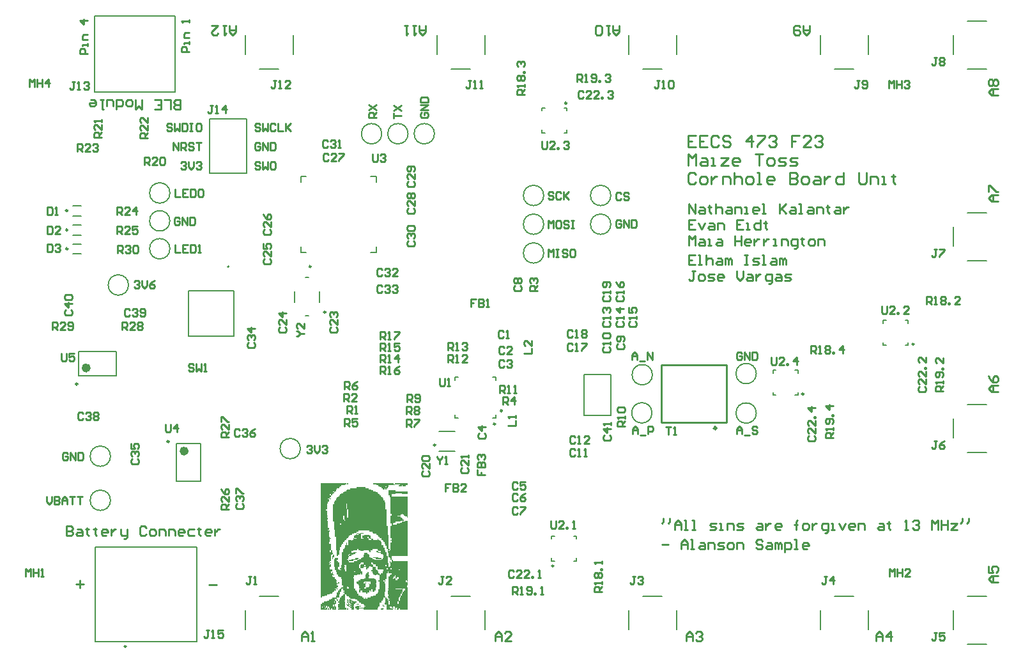
<source format=gto>
G04*
G04 #@! TF.GenerationSoftware,Altium Limited,Altium Designer,23.2.1 (34)*
G04*
G04 Layer_Color=65535*
%FSLAX25Y25*%
%MOIN*%
G70*
G04*
G04 #@! TF.SameCoordinates,DCD1C9D7-C552-47EB-8D17-ADC449AF66F1*
G04*
G04*
G04 #@! TF.FilePolarity,Positive*
G04*
G01*
G75*
%ADD10C,0.01500*%
%ADD11C,0.00591*%
%ADD12C,0.00984*%
%ADD13C,0.02362*%
%ADD14C,0.00787*%
%ADD15C,0.01000*%
%ADD16C,0.00500*%
G36*
X197802Y230595D02*
X197274D01*
Y231123D01*
X197802D01*
Y230595D01*
D02*
G37*
G36*
X228949D02*
Y230067D01*
X227893D01*
Y229539D01*
X226309D01*
Y230067D01*
X225781D01*
Y229539D01*
X224198D01*
Y230067D01*
X224726D01*
Y230595D01*
X222086D01*
Y231123D01*
X228949D01*
Y230595D01*
D02*
G37*
G36*
X221558D02*
X222086D01*
Y230067D01*
X218919D01*
Y229012D01*
X218391D01*
Y228484D01*
X217863D01*
Y227956D01*
X217335D01*
Y228484D01*
X216807D01*
Y227956D01*
X215751D01*
Y228484D01*
X215223D01*
Y229012D01*
X214167D01*
Y229539D01*
X213639D01*
Y230067D01*
X212584D01*
Y230595D01*
X211000D01*
Y231123D01*
X221558D01*
Y230595D01*
D02*
G37*
G36*
X196747D02*
X196219D01*
Y230067D01*
X194107D01*
Y229539D01*
X193579D01*
Y229012D01*
X193051D01*
Y228484D01*
X191995D01*
Y227956D01*
X191467D01*
Y226900D01*
X190939D01*
Y226372D01*
X190412D01*
Y226900D01*
X189884D01*
Y226372D01*
X190412D01*
Y225844D01*
X189884D01*
Y225316D01*
X189356D01*
Y224788D01*
X188828D01*
Y225316D01*
X188300D01*
Y224788D01*
X188828D01*
Y223732D01*
X188300D01*
Y223205D01*
X188828D01*
Y222677D01*
X188300D01*
Y223205D01*
X187244D01*
Y222677D01*
X187772D01*
Y221621D01*
X187244D01*
Y220565D01*
X186716D01*
Y217398D01*
X186188D01*
Y216870D01*
X186716D01*
Y214230D01*
X187244D01*
Y213702D01*
X186716D01*
Y213174D01*
X187244D01*
Y212119D01*
X186716D01*
Y211591D01*
X187244D01*
Y207895D01*
X187772D01*
Y206839D01*
X187244D01*
Y206312D01*
X188300D01*
Y205784D01*
X187772D01*
Y203144D01*
X188300D01*
Y202616D01*
X188828D01*
Y202088D01*
X188300D01*
Y200505D01*
X187772D01*
Y199449D01*
X188828D01*
Y196281D01*
X189356D01*
Y194698D01*
X189884D01*
Y194170D01*
X189356D01*
Y193642D01*
X188828D01*
Y190474D01*
X188300D01*
Y189946D01*
X188828D01*
Y189419D01*
X188300D01*
Y189946D01*
X187772D01*
Y189419D01*
X188300D01*
Y188891D01*
X188828D01*
Y187307D01*
X188300D01*
Y186251D01*
X189356D01*
Y185195D01*
X188828D01*
Y184140D01*
X189356D01*
Y184667D01*
X189884D01*
Y183612D01*
X190412D01*
Y183084D01*
X189356D01*
Y182556D01*
X189884D01*
Y182028D01*
X190939D01*
Y180972D01*
X191467D01*
Y180444D01*
X191995D01*
Y179916D01*
X191467D01*
Y179388D01*
X191995D01*
Y178860D01*
X192523D01*
Y178332D01*
X191995D01*
Y177805D01*
X192523D01*
Y176749D01*
X191995D01*
Y176221D01*
X192523D01*
Y175693D01*
X191995D01*
Y176221D01*
X190939D01*
Y175693D01*
X191467D01*
Y175165D01*
X190412D01*
Y174637D01*
X189884D01*
Y174109D01*
X189356D01*
Y173581D01*
X188300D01*
Y173054D01*
X186716D01*
Y172526D01*
X185661D01*
Y171998D01*
X184077D01*
Y171470D01*
X183549D01*
Y231123D01*
X196747D01*
Y230595D01*
D02*
G37*
G36*
X206777Y228484D02*
X208361D01*
Y227956D01*
X209944D01*
Y227428D01*
X211000D01*
Y226900D01*
X212056D01*
Y226372D01*
X213112D01*
Y225844D01*
X213639D01*
Y225316D01*
X214167D01*
Y224788D01*
X214695D01*
Y224260D01*
X215223D01*
Y223732D01*
X215751D01*
Y223205D01*
X216279D01*
Y222149D01*
X216807D01*
Y221093D01*
X217335D01*
Y217398D01*
X217863D01*
Y208951D01*
X218391D01*
Y204200D01*
X218919D01*
Y196809D01*
X219446D01*
Y196281D01*
D01*
D01*
X219974D01*
Y199977D01*
X220502D01*
Y201032D01*
X219974D01*
Y201560D01*
X220502D01*
Y202616D01*
X219974D01*
Y208951D01*
X220502D01*
Y210007D01*
X219974D01*
Y214230D01*
X220502D01*
Y215286D01*
X219974D01*
Y223732D01*
X219446D01*
Y224788D01*
X218919D01*
Y227428D01*
X222614D01*
Y226900D01*
X228949D01*
Y225316D01*
X225781D01*
Y225844D01*
X222614D01*
Y225316D01*
X220502D01*
Y224260D01*
X228949D01*
Y213174D01*
X228421D01*
Y213702D01*
X227365D01*
Y214230D01*
X226837D01*
Y214758D01*
X226309D01*
Y215286D01*
X225781D01*
Y214758D01*
X225254D01*
Y214230D01*
X223670D01*
Y213702D01*
X225254D01*
Y213174D01*
X225781D01*
Y212647D01*
X226309D01*
Y212119D01*
X226837D01*
Y211591D01*
X225254D01*
Y211063D01*
X222614D01*
Y210535D01*
X221558D01*
Y210007D01*
X221030D01*
Y209479D01*
X223142D01*
Y210007D01*
X224726D01*
Y210535D01*
X225781D01*
Y211063D01*
X227365D01*
Y211591D01*
X228949D01*
Y200505D01*
Y199977D01*
Y193114D01*
X220502D01*
Y191002D01*
X221030D01*
Y190474D01*
X228949D01*
Y180444D01*
Y179916D01*
X228421D01*
Y180444D01*
X227893D01*
Y179388D01*
X228949D01*
Y177805D01*
X228421D01*
Y176749D01*
X228949D01*
Y165135D01*
X224726D01*
Y165663D01*
X224198D01*
Y165135D01*
X223142D01*
Y165663D01*
X223670D01*
Y166191D01*
X222614D01*
Y165135D01*
X222086D01*
Y166719D01*
X221030D01*
Y166191D01*
X221558D01*
Y165663D01*
X221030D01*
Y166191D01*
X220502D01*
Y166719D01*
X219446D01*
Y166191D01*
X219974D01*
Y165663D01*
X221030D01*
Y165135D01*
X217863D01*
Y167774D01*
X216807D01*
Y168830D01*
X217335D01*
Y171470D01*
X216279D01*
Y170414D01*
X215751D01*
Y169886D01*
X215223D01*
Y168830D01*
X214167D01*
Y166719D01*
X213639D01*
Y166191D01*
X213112D01*
Y165135D01*
X205721D01*
Y165663D01*
X203609D01*
Y165135D01*
X202026D01*
Y165663D01*
X201498D01*
Y166719D01*
X202026D01*
Y167246D01*
X204665D01*
Y166719D01*
X203609D01*
Y166191D01*
X206249D01*
Y166719D01*
X206777D01*
Y167246D01*
X206249D01*
Y167774D01*
X205721D01*
Y168302D01*
X204665D01*
Y168830D01*
X203609D01*
Y169358D01*
X203081D01*
Y169886D01*
X202554D01*
Y170414D01*
X201498D01*
Y170942D01*
X198858D01*
Y171470D01*
X198330D01*
Y171998D01*
X197274D01*
Y172526D01*
X196747D01*
Y173054D01*
X196219D01*
Y169886D01*
X195691D01*
Y169358D01*
X196219D01*
Y166191D01*
X196747D01*
Y165135D01*
X192523D01*
Y165663D01*
X193051D01*
Y166191D01*
X192523D01*
Y168302D01*
X193051D01*
Y168830D01*
X192523D01*
Y169358D01*
X193051D01*
Y170414D01*
X193579D01*
Y171470D01*
X194107D01*
Y171998D01*
X194635D01*
Y172526D01*
X195163D01*
Y173054D01*
X195691D01*
Y174109D01*
X195163D01*
Y174637D01*
X195691D01*
Y175165D01*
X195163D01*
Y176221D01*
X194635D01*
Y175693D01*
X194107D01*
Y174637D01*
X193579D01*
Y173054D01*
X193051D01*
Y171470D01*
X191995D01*
Y170414D01*
X192523D01*
Y169886D01*
X191995D01*
Y170414D01*
X191467D01*
Y170942D01*
X190939D01*
Y169886D01*
X191467D01*
Y168302D01*
X190939D01*
Y166719D01*
X191467D01*
Y165135D01*
X189356D01*
Y165663D01*
X188828D01*
Y165135D01*
X188300D01*
Y166191D01*
X187772D01*
Y166719D01*
X187244D01*
Y166191D01*
X186716D01*
Y167246D01*
X186188D01*
Y166191D01*
D01*
D01*
X186716D01*
Y165135D01*
X183549D01*
Y168302D01*
X184077D01*
Y168830D01*
X185133D01*
Y169358D01*
X186716D01*
Y169886D01*
X187772D01*
Y170414D01*
X188828D01*
Y170942D01*
X189356D01*
Y171470D01*
X191467D01*
Y172526D01*
X191995D01*
Y174109D01*
X192523D01*
Y175165D01*
X193051D01*
Y175693D01*
X193579D01*
Y176221D01*
X194107D01*
Y176749D01*
X195163D01*
Y177805D01*
X194635D01*
Y180972D01*
X194107D01*
Y182028D01*
X193051D01*
Y182556D01*
X192523D01*
Y183612D01*
X191995D01*
Y184667D01*
X191467D01*
Y185723D01*
X190939D01*
Y187307D01*
X190412D01*
Y191530D01*
X190939D01*
Y192058D01*
X192523D01*
Y191002D01*
X191995D01*
Y190474D01*
X192523D01*
Y189946D01*
X193051D01*
Y187307D01*
X192523D01*
Y186251D01*
X193051D01*
Y185723D01*
X194107D01*
Y186251D01*
X193579D01*
Y186779D01*
X194107D01*
Y188363D01*
X194635D01*
Y195226D01*
X195163D01*
Y196809D01*
X195691D01*
Y197337D01*
X196219D01*
Y198921D01*
X196747D01*
Y199977D01*
X197274D01*
Y198921D01*
X197802D01*
Y201560D01*
X199386D01*
Y201032D01*
X199914D01*
Y201560D01*
X200442D01*
Y202616D01*
X200970D01*
Y202088D01*
X202026D01*
Y202616D01*
X200970D01*
Y203672D01*
X201498D01*
Y204200D01*
X202026D01*
Y204728D01*
X202554D01*
Y204200D01*
X203081D01*
Y204728D01*
X202554D01*
Y205256D01*
X203081D01*
Y204728D01*
X204137D01*
Y205256D01*
X205721D01*
Y204728D01*
X204665D01*
Y202088D01*
X205721D01*
Y202616D01*
X205193D01*
Y203672D01*
X206249D01*
Y204200D01*
X208888D01*
Y203672D01*
X209416D01*
Y202616D01*
X209944D01*
Y202088D01*
X211000D01*
Y201560D01*
X213112D01*
Y202088D01*
X213639D01*
Y201560D01*
X214167D01*
Y201032D01*
X214695D01*
Y200505D01*
X215223D01*
Y198921D01*
X216279D01*
Y197337D01*
X216807D01*
Y196281D01*
X217335D01*
Y195226D01*
X217863D01*
Y193114D01*
X218391D01*
Y189419D01*
X218919D01*
Y187307D01*
X219446D01*
Y187835D01*
X219974D01*
Y189419D01*
X219446D01*
Y190474D01*
X219974D01*
Y189946D01*
X220502D01*
Y191002D01*
X219974D01*
Y192058D01*
X219446D01*
Y192586D01*
X218919D01*
Y194698D01*
X218391D01*
Y196809D01*
X217863D01*
Y198393D01*
X217335D01*
Y199449D01*
X216807D01*
Y200505D01*
X216279D01*
Y201032D01*
X215751D01*
Y201560D01*
X215223D01*
Y202616D01*
X214167D01*
Y203144D01*
X213639D01*
Y203672D01*
X213112D01*
Y204200D01*
X212584D01*
Y204728D01*
X211000D01*
Y205256D01*
X210472D01*
Y205784D01*
X208888D01*
Y206312D01*
X203081D01*
Y205784D01*
X202026D01*
Y205256D01*
X200970D01*
Y204728D01*
X199914D01*
Y204200D01*
X198858D01*
Y203672D01*
X198330D01*
Y203144D01*
X197802D01*
Y202616D01*
X197274D01*
Y202088D01*
X196747D01*
Y201560D01*
X196219D01*
Y201032D01*
X195691D01*
Y200505D01*
X195163D01*
Y199449D01*
X194635D01*
Y198921D01*
X194107D01*
Y197865D01*
X193579D01*
Y196281D01*
X193051D01*
Y193642D01*
X192523D01*
Y193114D01*
X191995D01*
Y196281D01*
X191467D01*
Y203144D01*
X190939D01*
Y206839D01*
X190412D01*
Y211063D01*
X189884D01*
Y220037D01*
X190412D01*
Y221621D01*
X190939D01*
Y222149D01*
X191467D01*
Y223205D01*
X191995D01*
Y223732D01*
X192523D01*
Y224260D01*
X193051D01*
Y224788D01*
X193579D01*
Y225316D01*
X194107D01*
Y225844D01*
X195163D01*
Y226372D01*
X195691D01*
Y226900D01*
X196747D01*
Y227428D01*
X197274D01*
Y227956D01*
X198858D01*
Y228484D01*
X202026D01*
Y229012D01*
X206777D01*
Y228484D01*
D02*
G37*
G36*
X190412Y192586D02*
X189884D01*
Y192058D01*
Y191530D01*
X189356D01*
Y193114D01*
X189884D01*
Y193642D01*
X190412D01*
Y192586D01*
D02*
G37*
G36*
X193051Y178860D02*
X192523D01*
Y179388D01*
X193051D01*
Y178860D01*
D02*
G37*
G36*
X199386Y169886D02*
X200442D01*
Y169358D01*
X202026D01*
Y168830D01*
X201498D01*
Y168302D01*
X200970D01*
Y167246D01*
X200442D01*
Y166719D01*
X200970D01*
Y165135D01*
X199386D01*
Y166191D01*
X198858D01*
Y166719D01*
X197802D01*
Y167246D01*
X197274D01*
Y167774D01*
X196747D01*
Y168302D01*
X197274D01*
Y167774D01*
X197802D01*
Y168830D01*
X197274D01*
Y169358D01*
X197802D01*
Y168830D01*
X198330D01*
Y168302D01*
X198858D01*
Y167774D01*
D01*
D01*
X199386D01*
Y168302D01*
X198858D01*
Y168830D01*
X198330D01*
Y169358D01*
X197802D01*
Y169886D01*
X197274D01*
Y170414D01*
X197802D01*
Y169886D01*
X198330D01*
Y169358D01*
X198858D01*
Y169886D01*
X198330D01*
Y170414D01*
X199386D01*
Y169886D01*
D02*
G37*
G36*
X203609Y167774D02*
X202026D01*
Y168302D01*
X203609D01*
Y167774D01*
D02*
G37*
G36*
X216279Y167246D02*
X216807D01*
Y166719D01*
X215751D01*
Y167774D01*
X216279D01*
Y167246D01*
D02*
G37*
G36*
Y165663D02*
Y165135D01*
X214695D01*
Y165663D01*
X215751D01*
Y166191D01*
X216279D01*
Y165663D01*
D02*
G37*
G36*
X197802Y165135D02*
X197274D01*
Y165663D01*
X197802D01*
Y165135D01*
D02*
G37*
G36*
X187772D02*
X187244D01*
Y165663D01*
X187772D01*
Y165135D01*
D02*
G37*
%LPC*%
G36*
X217863Y229539D02*
X217335D01*
Y229012D01*
X217863D01*
Y229539D01*
D02*
G37*
G36*
X188828Y196281D02*
X188300D01*
Y195226D01*
X188828D01*
Y196281D01*
D02*
G37*
G36*
X188300Y188891D02*
X187772D01*
Y188363D01*
X188300D01*
Y188891D01*
D02*
G37*
G36*
X197274Y220565D02*
X196747D01*
Y218981D01*
Y218454D01*
Y217926D01*
X197274D01*
Y220565D01*
D02*
G37*
G36*
X197802Y217398D02*
X197274D01*
Y213174D01*
X197802D01*
Y215814D01*
Y216342D01*
Y217398D01*
D02*
G37*
G36*
X195691Y214230D02*
X195163D01*
Y212119D01*
X195691D01*
Y211591D01*
X196219D01*
Y212119D01*
X195691D01*
Y214230D01*
D02*
G37*
G36*
X194107Y210007D02*
X193579D01*
Y209479D01*
X194107D01*
Y210007D01*
D02*
G37*
G36*
X208361Y203144D02*
X207833D01*
Y202616D01*
X208361D01*
Y201560D01*
X209944D01*
Y202088D01*
X208888D01*
Y202616D01*
X208361D01*
Y203144D01*
D02*
G37*
G36*
X219446Y196281D02*
X218919D01*
Y195754D01*
X219446D01*
Y196281D01*
D01*
D01*
D02*
G37*
G36*
X213112Y196809D02*
X210472D01*
Y196281D01*
X209416D01*
Y195226D01*
X208888D01*
Y195754D01*
X208361D01*
Y196281D01*
X205721D01*
Y195754D01*
X204137D01*
Y196281D01*
X203081D01*
Y196809D01*
X202554D01*
Y196281D01*
X200442D01*
Y195754D01*
X199386D01*
Y194698D01*
X200442D01*
Y195226D01*
X202026D01*
Y194698D01*
X201498D01*
Y194170D01*
X200442D01*
Y193642D01*
X199386D01*
Y193114D01*
X198330D01*
Y193642D01*
X197802D01*
Y193114D01*
X198330D01*
Y192586D01*
X197802D01*
Y191530D01*
X197274D01*
Y191002D01*
X197802D01*
Y190474D01*
X198330D01*
Y189946D01*
X200970D01*
Y190474D01*
X202554D01*
Y191002D01*
X203609D01*
Y191530D01*
X204665D01*
Y192058D01*
X205193D01*
Y192586D01*
X205721D01*
Y193642D01*
X206249D01*
Y194698D01*
X207833D01*
Y194170D01*
X208361D01*
Y193642D01*
X208888D01*
Y192586D01*
X209416D01*
Y192058D01*
X210472D01*
Y191530D01*
X211528D01*
Y191002D01*
X215223D01*
Y191530D01*
X215751D01*
Y192058D01*
X216279D01*
Y193642D01*
X215751D01*
Y194170D01*
X214695D01*
Y194698D01*
X213112D01*
Y195226D01*
X212584D01*
Y195754D01*
X213639D01*
Y195226D01*
X214695D01*
Y195754D01*
X213639D01*
Y196281D01*
X213112D01*
Y196809D01*
D02*
G37*
G36*
X198858Y194170D02*
X198330D01*
Y193642D01*
X198858D01*
Y194170D01*
D02*
G37*
G36*
X217863Y188363D02*
X217335D01*
Y187835D01*
X217863D01*
Y188363D01*
D02*
G37*
G36*
X206777D02*
X206249D01*
Y187835D01*
X206777D01*
Y188363D01*
D02*
G37*
G36*
X220502Y186779D02*
X219974D01*
Y186251D01*
X220502D01*
Y186779D01*
D02*
G37*
G36*
X218391D02*
X217863D01*
Y186251D01*
X218391D01*
Y186779D01*
D02*
G37*
G36*
X224726Y186251D02*
X224198D01*
Y185723D01*
X224726D01*
Y186251D01*
D02*
G37*
G36*
X196747Y188363D02*
X195691D01*
Y187835D01*
X196219D01*
Y187307D01*
X195691D01*
Y186251D01*
X196219D01*
Y185195D01*
X196747D01*
Y188363D01*
D02*
G37*
G36*
X201498Y185195D02*
X200970D01*
Y184667D01*
X201498D01*
Y185195D01*
D02*
G37*
G36*
X210472Y189946D02*
X209944D01*
Y188891D01*
X210472D01*
Y188363D01*
X211000D01*
Y187307D01*
X212056D01*
Y186251D01*
X212584D01*
Y185723D01*
X213112D01*
Y185195D01*
X213639D01*
Y184667D01*
Y184140D01*
X214167D01*
Y183612D01*
X214695D01*
Y184140D01*
X215751D01*
Y185195D01*
X216279D01*
Y186251D01*
X213112D01*
Y187835D01*
X212056D01*
Y188891D01*
X211000D01*
Y189419D01*
X210472D01*
Y189946D01*
D02*
G37*
G36*
X205721D02*
X204665D01*
Y189419D01*
X204137D01*
Y188891D01*
X203609D01*
Y186779D01*
X204137D01*
Y186251D01*
X204665D01*
Y185195D01*
X205193D01*
Y183612D01*
X204665D01*
Y184140D01*
X204137D01*
Y183612D01*
X202554D01*
Y183084D01*
X200970D01*
Y182028D01*
X200442D01*
Y181500D01*
X200970D01*
Y176221D01*
X201498D01*
Y175165D01*
X202026D01*
Y174637D01*
X202554D01*
Y173581D01*
X203081D01*
Y172526D01*
X204137D01*
Y171998D01*
X205193D01*
Y171470D01*
X205721D01*
Y170942D01*
X206777D01*
Y171470D01*
X207305D01*
Y170942D01*
X207833D01*
Y171470D01*
X209416D01*
Y171998D01*
X211000D01*
Y172526D01*
X212056D01*
Y173054D01*
X212584D01*
Y173581D01*
X213112D01*
Y174109D01*
X213639D01*
Y175693D01*
X214167D01*
Y179916D01*
X213639D01*
Y180444D01*
X214167D01*
Y183084D01*
X213639D01*
Y183612D01*
X212584D01*
Y183084D01*
X211528D01*
Y183612D01*
X211000D01*
Y184140D01*
X210472D01*
Y185195D01*
X209944D01*
Y185723D01*
X210472D01*
Y187307D01*
X209416D01*
Y187835D01*
X208888D01*
Y187307D01*
X208361D01*
Y186779D01*
X207833D01*
Y186251D01*
X207305D01*
Y187307D01*
X205721D01*
Y186779D01*
X204137D01*
Y188363D01*
X204665D01*
Y188891D01*
X205721D01*
Y189946D01*
D02*
G37*
G36*
X222614Y183084D02*
X222086D01*
Y182556D01*
X221558D01*
Y182028D01*
X221030Y181500D01*
Y180972D01*
X221558D01*
Y181500D01*
X222614D01*
Y180444D01*
X223670D01*
Y180972D01*
X224198D01*
Y182028D01*
X223142D01*
Y181500D01*
X222614D01*
Y183084D01*
D02*
G37*
G36*
X218919Y185195D02*
X218391D01*
Y184140D01*
X217863D01*
Y180972D01*
X217335D01*
Y179916D01*
X216807D01*
Y180444D01*
X216279D01*
Y179916D01*
X216807D01*
Y178860D01*
X217335D01*
Y174637D01*
X216807D01*
Y171998D01*
X217335D01*
Y171470D01*
X217863D01*
Y170942D01*
X218391D01*
Y169886D01*
X218919D01*
Y167774D01*
X219446D01*
Y169886D01*
X218919D01*
Y170414D01*
X219446D01*
Y170942D01*
X218919D01*
Y171470D01*
X218391D01*
Y171998D01*
X218919D01*
Y173054D01*
X218391D01*
Y175165D01*
X218919D01*
Y175693D01*
X218391D01*
Y176221D01*
X218919D01*
Y182556D01*
X219446D01*
Y183084D01*
X219974D01*
Y183612D01*
X220502D01*
Y184140D01*
X218919D01*
Y185195D01*
D02*
G37*
G36*
X197802Y177277D02*
X197274D01*
Y176221D01*
X198330D01*
Y176749D01*
X197802D01*
Y177277D01*
D02*
G37*
G36*
X225781Y176221D02*
X222614D01*
Y175693D01*
X225781D01*
Y176221D01*
D02*
G37*
G36*
X227365D02*
X226309D01*
Y174637D01*
X226837D01*
Y175165D01*
X227365D01*
Y176221D01*
D02*
G37*
G36*
X226309Y174637D02*
X225781D01*
Y173581D01*
X226309D01*
Y174637D01*
D02*
G37*
G36*
X225781Y173581D02*
X225254D01*
Y172526D01*
X225781D01*
Y173581D01*
D02*
G37*
G36*
X225254Y172526D02*
X224726D01*
Y171998D01*
X224198Y171470D01*
Y169886D01*
X224726D01*
Y170942D01*
Y171470D01*
X225254D01*
Y172526D01*
D02*
G37*
G36*
X190939Y169358D02*
X190412D01*
Y168830D01*
X190939D01*
Y169358D01*
D02*
G37*
G36*
X224198D02*
X223670D01*
Y168830D01*
Y168302D01*
X224198D01*
Y169358D01*
D02*
G37*
G36*
X190412Y167774D02*
X189884D01*
Y167246D01*
Y166719D01*
X190412D01*
Y167774D01*
D02*
G37*
G36*
X185661Y167246D02*
X185133D01*
Y166719D01*
X185661D01*
Y167246D01*
D02*
G37*
G36*
X184605Y166719D02*
X184077D01*
Y166191D01*
X184605D01*
Y166719D01*
D02*
G37*
G36*
X190939Y166191D02*
X190412D01*
Y165663D01*
X190939D01*
Y166191D01*
D02*
G37*
G36*
X186188D02*
X185661D01*
Y165663D01*
X186188D01*
Y166191D01*
D01*
D01*
D02*
G37*
%LPD*%
G36*
X213639Y192058D02*
X215223D01*
Y191530D01*
X212056D01*
Y192058D01*
X211000D01*
Y192586D01*
X213639D01*
Y192058D01*
D02*
G37*
G36*
X203081Y191530D02*
X202554D01*
Y191002D01*
X200442D01*
Y190474D01*
X198330D01*
Y191002D01*
X199386D01*
Y191530D01*
X201498D01*
Y192058D01*
X203081D01*
Y191530D01*
D02*
G37*
G36*
X208361Y183084D02*
X208888D01*
Y182556D01*
X208361D01*
Y181500D01*
X211528D01*
Y180972D01*
X212056D01*
Y180444D01*
X212584D01*
Y178860D01*
X212056D01*
Y178332D01*
X212584D01*
Y176749D01*
X212056D01*
Y175165D01*
X211528D01*
Y174637D01*
X210472D01*
Y175693D01*
X209944D01*
Y174637D01*
X209416D01*
Y175165D01*
X208888D01*
Y174109D01*
X207833D01*
Y173581D01*
X207305D01*
Y174109D01*
X205193D01*
Y175165D01*
X204137D01*
Y174109D01*
X203609D01*
Y175693D01*
X204137D01*
Y176221D01*
X203609D01*
Y177805D01*
X203081D01*
Y178332D01*
X202554D01*
Y178860D01*
X202026D01*
Y179916D01*
X203081D01*
Y180444D01*
X204137D01*
Y180972D01*
X206249D01*
Y181500D01*
X206777D01*
Y183612D01*
X207305D01*
Y184140D01*
X207833D01*
Y184667D01*
X208361D01*
Y183084D01*
D02*
G37*
%LPC*%
G36*
X209416Y179916D02*
X206249D01*
Y179388D01*
X205721D01*
Y178860D01*
X206777D01*
Y176749D01*
X206249D01*
Y176221D01*
X207305D01*
Y176749D01*
X208361D01*
Y177277D01*
X208888D01*
Y178332D01*
X209416D01*
Y178860D01*
Y179388D01*
Y179916D01*
D02*
G37*
%LPD*%
G36*
X207305Y178860D02*
X206777D01*
Y179388D01*
X207305D01*
Y178860D01*
D02*
G37*
G36*
X208888Y178332D02*
X208361D01*
Y178860D01*
X208888D01*
Y178332D01*
D02*
G37*
%LPC*%
G36*
X199914Y169358D02*
X199386D01*
Y168830D01*
X199914D01*
Y169358D01*
D02*
G37*
G36*
X198858Y167774D02*
X198330D01*
Y167246D01*
X198858D01*
Y166719D01*
X199386D01*
Y167246D01*
X198858D01*
Y167774D01*
D01*
D01*
D02*
G37*
%LPD*%
D10*
X389705Y259800D02*
G03*
X389705Y259800I-500J0D01*
G01*
D11*
X410695Y267700D02*
G03*
X410695Y267700I-5295J0D01*
G01*
X356295Y267800D02*
G03*
X356295Y267800I-5295J0D01*
G01*
X410695Y288300D02*
G03*
X410695Y288300I-5295J0D01*
G01*
X356495Y287700D02*
G03*
X356495Y287700I-5295J0D01*
G01*
X299795Y381200D02*
G03*
X299795Y381200I-5295J0D01*
G01*
Y351200D02*
G03*
X299795Y351200I-5295J0D01*
G01*
X229045Y413400D02*
G03*
X229045Y413400I-5295J0D01*
G01*
X334795Y366200D02*
G03*
X334795Y366200I-5295J0D01*
G01*
X299795D02*
G03*
X299795Y366200I-5295J0D01*
G01*
X334795Y381200D02*
G03*
X334795Y381200I-5295J0D01*
G01*
X104795Y367950D02*
G03*
X104795Y367950I-5295J0D01*
G01*
X73795Y245200D02*
G03*
X73795Y245200I-5295J0D01*
G01*
Y222200D02*
G03*
X73795Y222200I-5295J0D01*
G01*
X172842Y249146D02*
G03*
X172842Y249146I-5295J0D01*
G01*
X83195Y334500D02*
G03*
X83195Y334500I-5295J0D01*
G01*
X215295Y413400D02*
G03*
X215295Y413400I-5295J0D01*
G01*
X242795D02*
G03*
X242795Y413400I-5295J0D01*
G01*
X104795Y353400D02*
G03*
X104795Y353400I-5295J0D01*
G01*
Y382500D02*
G03*
X104795Y382500I-5295J0D01*
G01*
D12*
X51449Y373298D02*
G03*
X51449Y373298I-492J0D01*
G01*
X186081Y320303D02*
G03*
X186081Y320303I-492J0D01*
G01*
X178428Y344135D02*
G03*
X178428Y344135I-492J0D01*
G01*
X81992Y146039D02*
G03*
X81992Y146039I-492J0D01*
G01*
X56646Y282872D02*
G03*
X56646Y282872I-492J0D01*
G01*
X311813Y429381D02*
G03*
X311813Y429381I-492J0D01*
G01*
X304987Y187976D02*
G03*
X304987Y187976I-492J0D01*
G01*
X274548Y262023D02*
G03*
X274548Y262023I-492J0D01*
G01*
X278148Y268910D02*
G03*
X278148Y268910I-492J0D01*
G01*
X104364Y252847D02*
G03*
X104364Y252847I-492J0D01*
G01*
X243352Y251019D02*
G03*
X243352Y251019I-492J0D01*
G01*
X435416Y277594D02*
G03*
X435416Y277594I-492J0D01*
G01*
X492947Y303695D02*
G03*
X492947Y303695I-492J0D01*
G01*
X51577Y353398D02*
G03*
X51577Y353398I-492J0D01*
G01*
X51477Y363198D02*
G03*
X51477Y363198I-492J0D01*
G01*
D13*
X62276Y291238D02*
G03*
X62276Y291238I-1181J0D01*
G01*
X113419Y247905D02*
G03*
X113419Y247905I-1181J0D01*
G01*
D14*
X135652Y344106D02*
G03*
X135652Y344106I-394J0D01*
G01*
X320713Y266570D02*
X334887D01*
X320713Y287830D02*
X334887D01*
X320713Y266570D02*
Y287830D01*
X334887Y266570D02*
Y287830D01*
X54106Y370624D02*
X58437D01*
X54106Y375759D02*
X58437D01*
X344100Y154824D02*
Y164776D01*
X351624Y172300D02*
X361576D01*
X369100Y154824D02*
Y164776D01*
X444100Y154824D02*
Y164776D01*
X451624Y172300D02*
X461576D01*
X469100Y154824D02*
Y164776D01*
X144100Y154824D02*
Y164776D01*
X151624Y172300D02*
X161576D01*
X169100Y154824D02*
Y164776D01*
X244100Y154824D02*
Y164776D01*
X251624Y172300D02*
X261576D01*
X269100Y154824D02*
Y164776D01*
X175352Y318335D02*
X177124D01*
X182734Y325520D02*
Y331228D01*
X175352Y338413D02*
X177124D01*
X169742Y325520D02*
Y331228D01*
X173015Y351615D02*
X175869D01*
X209531D02*
X212385D01*
Y388131D02*
Y390985D01*
Y351615D02*
Y354469D01*
X173015Y390985D02*
X175869D01*
X209531D02*
X212385D01*
X173015Y388131D02*
Y390985D01*
Y351615D02*
Y354469D01*
X66000Y148598D02*
X118999D01*
Y197810D01*
X66000D02*
X118999D01*
X66000Y148598D02*
Y197810D01*
X520924Y147300D02*
X530876D01*
X513400Y154824D02*
Y164776D01*
X520924Y172300D02*
X530876D01*
X520924Y347300D02*
X530876D01*
X513400Y354824D02*
Y364776D01*
X520924Y372300D02*
X530876D01*
X57157Y287301D02*
X76842D01*
X57157Y299899D02*
X76842D01*
X57157Y287301D02*
Y299899D01*
X76842Y287301D02*
Y299899D01*
X298920Y425345D02*
Y426822D01*
X300396D01*
X298920Y413830D02*
Y415306D01*
Y413830D02*
X300396D01*
X310435D02*
X311912D01*
Y415306D01*
Y425345D02*
Y426822D01*
X310435D02*
X311912D01*
X316896Y190535D02*
Y192012D01*
X315420Y190535D02*
X316896D01*
Y202051D02*
Y203528D01*
X315420D02*
X316896D01*
X303904D02*
X305380D01*
X303904Y202051D02*
Y203528D01*
Y190535D02*
Y192012D01*
Y190535D02*
X305380D01*
X520924Y247300D02*
X530876D01*
X513400Y254824D02*
Y264776D01*
X520924Y272300D02*
X530876D01*
X274984Y265081D02*
Y266853D01*
X273213Y265081D02*
X274984D01*
X253528D02*
X255299D01*
X253528D02*
Y266853D01*
Y284766D02*
Y286538D01*
X255299D01*
X274984Y284766D02*
Y286538D01*
X273213D02*
X274984D01*
X108301Y232157D02*
Y251842D01*
X120899Y232157D02*
Y251842D01*
X108301D02*
X120899D01*
X108301Y232157D02*
X120899D01*
X245222Y258008D02*
X253490D01*
X245222Y247968D02*
X253490D01*
X430888Y289996D02*
X432365D01*
Y288520D02*
Y289996D01*
X419372D02*
X420849D01*
X419372Y288520D02*
Y289996D01*
Y277004D02*
Y278480D01*
Y277004D02*
X420849D01*
X430888D02*
X432365D01*
Y278480D01*
X488420Y316096D02*
X489896D01*
Y314620D02*
Y316096D01*
X476904D02*
X478380D01*
X476904Y314620D02*
Y316096D01*
Y303104D02*
Y304580D01*
Y303104D02*
X478380D01*
X488420D02*
X489896D01*
Y304580D01*
X244100Y454824D02*
Y464776D01*
X251624Y447300D02*
X261576D01*
X269100Y454824D02*
Y464776D01*
X144100Y454824D02*
Y464776D01*
X151624Y447300D02*
X161576D01*
X169100Y454824D02*
Y464776D01*
X469100Y454824D02*
Y464776D01*
X451624Y447300D02*
X461576D01*
X444100Y454824D02*
Y464776D01*
X369100Y454824D02*
Y464776D01*
X351624Y447300D02*
X361576D01*
X344100Y454824D02*
Y464776D01*
X54235Y355859D02*
X58565D01*
X54235Y350724D02*
X58565D01*
X54135Y365659D02*
X58465D01*
X54135Y360524D02*
X58465D01*
X520924Y472300D02*
X530876D01*
X513400Y454824D02*
Y464776D01*
X520924Y447300D02*
X530876D01*
D15*
X361205Y262800D02*
X395205D01*
Y292800D01*
X361205D02*
X395205D01*
X361205Y262800D02*
Y292800D01*
X362233Y212662D02*
Y210996D01*
X361400Y210163D01*
X365565Y212662D02*
Y210996D01*
X364732Y210163D01*
X368064Y206830D02*
Y210163D01*
X369731Y211829D01*
X371397Y210163D01*
Y206830D01*
Y209330D01*
X368064D01*
X373063Y206830D02*
X374729D01*
X373896D01*
Y211829D01*
X373063D01*
X377228Y206830D02*
X378894D01*
X378061D01*
Y211829D01*
X377228D01*
X386392Y206830D02*
X388891D01*
X389724Y207663D01*
X388891Y208496D01*
X387225D01*
X386392Y209330D01*
X387225Y210163D01*
X389724D01*
X391390Y206830D02*
X393056D01*
X392223D01*
Y210163D01*
X391390D01*
X395556Y206830D02*
Y210163D01*
X398055D01*
X398888Y209330D01*
Y206830D01*
X400554D02*
X403053D01*
X403886Y207663D01*
X403053Y208496D01*
X401387D01*
X400554Y209330D01*
X401387Y210163D01*
X403886D01*
X411384D02*
X413050D01*
X413883Y209330D01*
Y206830D01*
X411384D01*
X410551Y207663D01*
X411384Y208496D01*
X413883D01*
X415549Y210163D02*
Y206830D01*
Y208496D01*
X416382Y209330D01*
X417215Y210163D01*
X418048D01*
X423047Y206830D02*
X421381D01*
X420547Y207663D01*
Y209330D01*
X421381Y210163D01*
X423047D01*
X423880Y209330D01*
Y208496D01*
X420547D01*
X431377Y206830D02*
Y210996D01*
Y209330D01*
X430544D01*
X432210D01*
X431377D01*
Y210996D01*
X432210Y211829D01*
X435543Y206830D02*
X437209D01*
X438042Y207663D01*
Y209330D01*
X437209Y210163D01*
X435543D01*
X434710Y209330D01*
Y207663D01*
X435543Y206830D01*
X439708Y210163D02*
Y206830D01*
Y208496D01*
X440541Y209330D01*
X441374Y210163D01*
X442207D01*
X446373Y205164D02*
X447206D01*
X448039Y205997D01*
Y210163D01*
X445539D01*
X444706Y209330D01*
Y207663D01*
X445539Y206830D01*
X448039D01*
X449705D02*
X451371D01*
X450538D01*
Y210163D01*
X449705D01*
X453870D02*
X455536Y206830D01*
X457202Y210163D01*
X461368Y206830D02*
X459701D01*
X458868Y207663D01*
Y209330D01*
X459701Y210163D01*
X461368D01*
X462201Y209330D01*
Y208496D01*
X458868D01*
X463867Y206830D02*
Y210163D01*
X466366D01*
X467199Y209330D01*
Y206830D01*
X474697Y210163D02*
X476363D01*
X477196Y209330D01*
Y206830D01*
X474697D01*
X473864Y207663D01*
X474697Y208496D01*
X477196D01*
X479695Y210996D02*
Y210163D01*
X478862D01*
X480528D01*
X479695D01*
Y207663D01*
X480528Y206830D01*
X488026D02*
X489692D01*
X488859D01*
Y211829D01*
X488026Y210996D01*
X492191D02*
X493024Y211829D01*
X494690D01*
X495523Y210996D01*
Y210163D01*
X494690Y209330D01*
X493857D01*
X494690D01*
X495523Y208496D01*
Y207663D01*
X494690Y206830D01*
X493024D01*
X492191Y207663D01*
X502188Y206830D02*
Y211829D01*
X503854Y210163D01*
X505520Y211829D01*
Y206830D01*
X507186Y211829D02*
Y206830D01*
Y209330D01*
X510518D01*
Y211829D01*
Y206830D01*
X512184Y210163D02*
X515517D01*
X512184Y206830D01*
X515517D01*
X518016Y212662D02*
Y210996D01*
X517183Y210163D01*
X521348Y212662D02*
Y210996D01*
X520515Y210163D01*
X361400Y199265D02*
X364732D01*
X371397Y196766D02*
Y200098D01*
X373063Y201764D01*
X374729Y200098D01*
Y196766D01*
Y199265D01*
X371397D01*
X376395Y196766D02*
X378061D01*
X377228D01*
Y201764D01*
X376395D01*
X381394Y200098D02*
X383060D01*
X383893Y199265D01*
Y196766D01*
X381394D01*
X380560Y197599D01*
X381394Y198432D01*
X383893D01*
X385559Y196766D02*
Y200098D01*
X388058D01*
X388891Y199265D01*
Y196766D01*
X390557D02*
X393056D01*
X393889Y197599D01*
X393056Y198432D01*
X391390D01*
X390557Y199265D01*
X391390Y200098D01*
X393889D01*
X396389Y196766D02*
X398055D01*
X398888Y197599D01*
Y199265D01*
X398055Y200098D01*
X396389D01*
X395556Y199265D01*
Y197599D01*
X396389Y196766D01*
X400554D02*
Y200098D01*
X403053D01*
X403886Y199265D01*
Y196766D01*
X413883Y200931D02*
X413050Y201764D01*
X411384D01*
X410551Y200931D01*
Y200098D01*
X411384Y199265D01*
X413050D01*
X413883Y198432D01*
Y197599D01*
X413050Y196766D01*
X411384D01*
X410551Y197599D01*
X416382Y200098D02*
X418048D01*
X418881Y199265D01*
Y196766D01*
X416382D01*
X415549Y197599D01*
X416382Y198432D01*
X418881D01*
X420547Y196766D02*
Y200098D01*
X421381D01*
X422214Y199265D01*
Y196766D01*
Y199265D01*
X423047Y200098D01*
X423880Y199265D01*
Y196766D01*
X425546Y195100D02*
Y200098D01*
X428045D01*
X428878Y199265D01*
Y197599D01*
X428045Y196766D01*
X425546D01*
X430544D02*
X432210D01*
X431377D01*
Y201764D01*
X430544D01*
X437209Y196766D02*
X435543D01*
X434710Y197599D01*
Y199265D01*
X435543Y200098D01*
X437209D01*
X438042Y199265D01*
Y198432D01*
X434710D01*
X379199Y412393D02*
X375200D01*
Y406395D01*
X379199D01*
X375200Y409394D02*
X377199D01*
X385197Y412393D02*
X381198D01*
Y406395D01*
X385197D01*
X381198Y409394D02*
X383197D01*
X391195Y411394D02*
X390195Y412393D01*
X388196D01*
X387196Y411394D01*
Y407395D01*
X388196Y406395D01*
X390195D01*
X391195Y407395D01*
X397193Y411394D02*
X396193Y412393D01*
X394194D01*
X393194Y411394D01*
Y410394D01*
X394194Y409394D01*
X396193D01*
X397193Y408395D01*
Y407395D01*
X396193Y406395D01*
X394194D01*
X393194Y407395D01*
X408189Y406395D02*
Y412393D01*
X405190Y409394D01*
X409189D01*
X411188Y412393D02*
X415187D01*
Y411394D01*
X411188Y407395D01*
Y406395D01*
X417186Y411394D02*
X418186Y412393D01*
X420186D01*
X421185Y411394D01*
Y410394D01*
X420186Y409394D01*
X419186D01*
X420186D01*
X421185Y408395D01*
Y407395D01*
X420186Y406395D01*
X418186D01*
X417186Y407395D01*
X433181Y412393D02*
X429182D01*
Y409394D01*
X431182D01*
X429182D01*
Y406395D01*
X439179D02*
X435181D01*
X439179Y410394D01*
Y411394D01*
X438180Y412393D01*
X436180D01*
X435181Y411394D01*
X441179D02*
X442178Y412393D01*
X444178D01*
X445177Y411394D01*
Y410394D01*
X444178Y409394D01*
X443178D01*
X444178D01*
X445177Y408395D01*
Y407395D01*
X444178Y406395D01*
X442178D01*
X441179Y407395D01*
X375200Y396798D02*
Y402796D01*
X377199Y400796D01*
X379199Y402796D01*
Y396798D01*
X382198Y400796D02*
X384197D01*
X385197Y399797D01*
Y396798D01*
X382198D01*
X381198Y397797D01*
X382198Y398797D01*
X385197D01*
X387196Y396798D02*
X389195D01*
X388196D01*
Y400796D01*
X387196D01*
X392195D02*
X396193D01*
X392195Y396798D01*
X396193D01*
X401192D02*
X399192D01*
X398193Y397797D01*
Y399797D01*
X399192Y400796D01*
X401192D01*
X402191Y399797D01*
Y398797D01*
X398193D01*
X410189Y402796D02*
X414187D01*
X412188D01*
Y396798D01*
X417186D02*
X419186D01*
X420186Y397797D01*
Y399797D01*
X419186Y400796D01*
X417186D01*
X416187Y399797D01*
Y397797D01*
X417186Y396798D01*
X422185D02*
X425184D01*
X426184Y397797D01*
X425184Y398797D01*
X423184D01*
X422185Y399797D01*
X423184Y400796D01*
X426184D01*
X428183Y396798D02*
X431182D01*
X432182Y397797D01*
X431182Y398797D01*
X429182D01*
X428183Y399797D01*
X429182Y400796D01*
X432182D01*
X379199Y392198D02*
X378199Y393198D01*
X376200D01*
X375200Y392198D01*
Y388200D01*
X376200Y387200D01*
X378199D01*
X379199Y388200D01*
X382198Y387200D02*
X384197D01*
X385197Y388200D01*
Y390199D01*
X384197Y391199D01*
X382198D01*
X381198Y390199D01*
Y388200D01*
X382198Y387200D01*
X387196Y391199D02*
Y387200D01*
Y389199D01*
X388196Y390199D01*
X389195Y391199D01*
X390195D01*
X393194Y387200D02*
Y391199D01*
X396193D01*
X397193Y390199D01*
Y387200D01*
X399192Y393198D02*
Y387200D01*
Y390199D01*
X400192Y391199D01*
X402191D01*
X403191Y390199D01*
Y387200D01*
X406190D02*
X408189D01*
X409189Y388200D01*
Y390199D01*
X408189Y391199D01*
X406190D01*
X405190Y390199D01*
Y388200D01*
X406190Y387200D01*
X411188D02*
X413188D01*
X412188D01*
Y393198D01*
X411188D01*
X419186Y387200D02*
X417186D01*
X416187Y388200D01*
Y390199D01*
X417186Y391199D01*
X419186D01*
X420186Y390199D01*
Y389199D01*
X416187D01*
X428183Y393198D02*
Y387200D01*
X431182D01*
X432182Y388200D01*
Y389199D01*
X431182Y390199D01*
X428183D01*
X431182D01*
X432182Y391199D01*
Y392198D01*
X431182Y393198D01*
X428183D01*
X435181Y387200D02*
X437180D01*
X438180Y388200D01*
Y390199D01*
X437180Y391199D01*
X435181D01*
X434181Y390199D01*
Y388200D01*
X435181Y387200D01*
X441179Y391199D02*
X443178D01*
X444178Y390199D01*
Y387200D01*
X441179D01*
X440179Y388200D01*
X441179Y389199D01*
X444178D01*
X446177Y391199D02*
Y387200D01*
Y389199D01*
X447177Y390199D01*
X448176Y391199D01*
X449176D01*
X456174Y393198D02*
Y387200D01*
X453175D01*
X452175Y388200D01*
Y390199D01*
X453175Y391199D01*
X456174D01*
X464171Y393198D02*
Y388200D01*
X465171Y387200D01*
X467170D01*
X468170Y388200D01*
Y393198D01*
X470169Y387200D02*
Y391199D01*
X473168D01*
X474168Y390199D01*
Y387200D01*
X476167D02*
X478167D01*
X477167D01*
Y391199D01*
X476167D01*
X482165Y392198D02*
Y391199D01*
X481166D01*
X483165D01*
X482165D01*
Y388200D01*
X483165Y387200D01*
X375500Y371924D02*
Y376923D01*
X378832Y371924D01*
Y376923D01*
X381331Y375257D02*
X382998D01*
X383831Y374424D01*
Y371924D01*
X381331D01*
X380498Y372758D01*
X381331Y373591D01*
X383831D01*
X386330Y376090D02*
Y375257D01*
X385497D01*
X387163D01*
X386330D01*
Y372758D01*
X387163Y371924D01*
X389662Y376923D02*
Y371924D01*
Y374424D01*
X390495Y375257D01*
X392161D01*
X392994Y374424D01*
Y371924D01*
X395494Y375257D02*
X397160D01*
X397993Y374424D01*
Y371924D01*
X395494D01*
X394660Y372758D01*
X395494Y373591D01*
X397993D01*
X399659Y371924D02*
Y375257D01*
X402158D01*
X402991Y374424D01*
Y371924D01*
X404657D02*
X406323D01*
X405490D01*
Y375257D01*
X404657D01*
X411322Y371924D02*
X409656D01*
X408822Y372758D01*
Y374424D01*
X409656Y375257D01*
X411322D01*
X412155Y374424D01*
Y373591D01*
X408822D01*
X413821Y371924D02*
X415487D01*
X414654D01*
Y376923D01*
X413821D01*
X422985D02*
Y371924D01*
Y373591D01*
X426317Y376923D01*
X423818Y374424D01*
X426317Y371924D01*
X428816Y375257D02*
X430482D01*
X431315Y374424D01*
Y371924D01*
X428816D01*
X427983Y372758D01*
X428816Y373591D01*
X431315D01*
X432981Y371924D02*
X434648D01*
X433814D01*
Y376923D01*
X432981D01*
X437980Y375257D02*
X439646D01*
X440479Y374424D01*
Y371924D01*
X437980D01*
X437147Y372758D01*
X437980Y373591D01*
X440479D01*
X442145Y371924D02*
Y375257D01*
X444644D01*
X445477Y374424D01*
Y371924D01*
X447976Y376090D02*
Y375257D01*
X447144D01*
X448810D01*
X447976D01*
Y372758D01*
X448810Y371924D01*
X452142Y375257D02*
X453808D01*
X454641Y374424D01*
Y371924D01*
X452142D01*
X451309Y372758D01*
X452142Y373591D01*
X454641D01*
X456307Y375257D02*
Y371924D01*
Y373591D01*
X457140Y374424D01*
X457973Y375257D01*
X458806D01*
X378832Y368525D02*
X375500D01*
Y363526D01*
X378832D01*
X375500Y366026D02*
X377166D01*
X380498Y366859D02*
X382165Y363526D01*
X383831Y366859D01*
X386330D02*
X387996D01*
X388829Y366026D01*
Y363526D01*
X386330D01*
X385497Y364359D01*
X386330Y365193D01*
X388829D01*
X390495Y363526D02*
Y366859D01*
X392994D01*
X393827Y366026D01*
Y363526D01*
X403824Y368525D02*
X400492D01*
Y363526D01*
X403824D01*
X400492Y366026D02*
X402158D01*
X405490Y363526D02*
X407156D01*
X406323D01*
Y366859D01*
X405490D01*
X412988Y368525D02*
Y363526D01*
X410489D01*
X409656Y364359D01*
Y366026D01*
X410489Y366859D01*
X412988D01*
X415487Y367692D02*
Y366859D01*
X414654D01*
X416320D01*
X415487D01*
Y364359D01*
X416320Y363526D01*
X375500Y355128D02*
Y360127D01*
X377166Y358461D01*
X378832Y360127D01*
Y355128D01*
X381331Y358461D02*
X382998D01*
X383831Y357628D01*
Y355128D01*
X381331D01*
X380498Y355961D01*
X381331Y356795D01*
X383831D01*
X385497Y355128D02*
X387163D01*
X386330D01*
Y358461D01*
X385497D01*
X390495D02*
X392161D01*
X392994Y357628D01*
Y355128D01*
X390495D01*
X389662Y355961D01*
X390495Y356795D01*
X392994D01*
X399659Y360127D02*
Y355128D01*
Y357628D01*
X402991D01*
Y360127D01*
Y355128D01*
X407156D02*
X405490D01*
X404657Y355961D01*
Y357628D01*
X405490Y358461D01*
X407156D01*
X407990Y357628D01*
Y356795D01*
X404657D01*
X409656Y358461D02*
Y355128D01*
Y356795D01*
X410489Y357628D01*
X411322Y358461D01*
X412155D01*
X414654D02*
Y355128D01*
Y356795D01*
X415487Y357628D01*
X416320Y358461D01*
X417153D01*
X419652Y355128D02*
X421318D01*
X420485D01*
Y358461D01*
X419652D01*
X423818Y355128D02*
Y358461D01*
X426317D01*
X427150Y357628D01*
Y355128D01*
X430482Y353462D02*
X431315D01*
X432148Y354295D01*
Y358461D01*
X429649D01*
X428816Y357628D01*
Y355961D01*
X429649Y355128D01*
X432148D01*
X434648Y359294D02*
Y358461D01*
X433814D01*
X435481D01*
X434648D01*
Y355961D01*
X435481Y355128D01*
X438813D02*
X440479D01*
X441312Y355961D01*
Y357628D01*
X440479Y358461D01*
X438813D01*
X437980Y357628D01*
Y355961D01*
X438813Y355128D01*
X442978D02*
Y358461D01*
X445477D01*
X446310Y357628D01*
Y355128D01*
X378832Y350063D02*
X375500D01*
Y345064D01*
X378832D01*
X375500Y347563D02*
X377166D01*
X380498Y345064D02*
X382165D01*
X381331D01*
Y350063D01*
X380498D01*
X384664D02*
Y345064D01*
Y347563D01*
X385497Y348396D01*
X387163D01*
X387996Y347563D01*
Y345064D01*
X390495Y348396D02*
X392161D01*
X392994Y347563D01*
Y345064D01*
X390495D01*
X389662Y345897D01*
X390495Y346730D01*
X392994D01*
X394660Y345064D02*
Y348396D01*
X395494D01*
X396327Y347563D01*
Y345064D01*
Y347563D01*
X397160Y348396D01*
X397993Y347563D01*
Y345064D01*
X404657Y350063D02*
X406323D01*
X405490D01*
Y345064D01*
X404657D01*
X406323D01*
X408822D02*
X411322D01*
X412155Y345897D01*
X411322Y346730D01*
X409656D01*
X408822Y347563D01*
X409656Y348396D01*
X412155D01*
X413821Y345064D02*
X415487D01*
X414654D01*
Y350063D01*
X413821D01*
X418819Y348396D02*
X420485D01*
X421318Y347563D01*
Y345064D01*
X418819D01*
X417986Y345897D01*
X418819Y346730D01*
X421318D01*
X422985Y345064D02*
Y348396D01*
X423818D01*
X424651Y347563D01*
Y345064D01*
Y347563D01*
X425484Y348396D01*
X426317Y347563D01*
Y345064D01*
X378832Y341665D02*
X377166D01*
X377999D01*
Y337499D01*
X377166Y336666D01*
X376333D01*
X375500Y337499D01*
X381331Y336666D02*
X382998D01*
X383831Y337499D01*
Y339165D01*
X382998Y339998D01*
X381331D01*
X380498Y339165D01*
Y337499D01*
X381331Y336666D01*
X385497D02*
X387996D01*
X388829Y337499D01*
X387996Y338332D01*
X386330D01*
X385497Y339165D01*
X386330Y339998D01*
X388829D01*
X392994Y336666D02*
X391328D01*
X390495Y337499D01*
Y339165D01*
X391328Y339998D01*
X392994D01*
X393827Y339165D01*
Y338332D01*
X390495D01*
X400492Y341665D02*
Y338332D01*
X402158Y336666D01*
X403824Y338332D01*
Y341665D01*
X406323Y339998D02*
X407990D01*
X408822Y339165D01*
Y336666D01*
X406323D01*
X405490Y337499D01*
X406323Y338332D01*
X408822D01*
X410489Y339998D02*
Y336666D01*
Y338332D01*
X411322Y339165D01*
X412155Y339998D01*
X412988D01*
X417153Y335000D02*
X417986D01*
X418819Y335833D01*
Y339998D01*
X416320D01*
X415487Y339165D01*
Y337499D01*
X416320Y336666D01*
X418819D01*
X421318Y339998D02*
X422985D01*
X423818Y339165D01*
Y336666D01*
X421318D01*
X420485Y337499D01*
X421318Y338332D01*
X423818D01*
X425484Y336666D02*
X427983D01*
X428816Y337499D01*
X427983Y338332D01*
X426317D01*
X425484Y339165D01*
X426317Y339998D01*
X428816D01*
X110185Y426102D02*
Y431100D01*
X107685D01*
X106852Y430267D01*
Y429434D01*
X107685Y428601D01*
X110185D01*
X107685D01*
X106852Y427768D01*
Y426935D01*
X107685Y426102D01*
X110185D01*
X105186D02*
Y431100D01*
X101854D01*
X96856Y426102D02*
X100188D01*
Y431100D01*
X96856D01*
X100188Y428601D02*
X98522D01*
X90191Y431100D02*
Y426102D01*
X88525Y427768D01*
X86859Y426102D01*
Y431100D01*
X84360D02*
X82693D01*
X81861Y430267D01*
Y428601D01*
X82693Y427768D01*
X84360D01*
X85193Y428601D01*
Y430267D01*
X84360Y431100D01*
X76862Y426102D02*
Y431100D01*
X79361D01*
X80194Y430267D01*
Y428601D01*
X79361Y427768D01*
X76862D01*
X75196D02*
Y430267D01*
X74363Y431100D01*
X71864D01*
Y427768D01*
X70198Y431100D02*
X68531D01*
X69365D01*
Y426102D01*
X70198D01*
X63533Y431100D02*
X65199D01*
X66032Y430267D01*
Y428601D01*
X65199Y427768D01*
X63533D01*
X62700Y428601D01*
Y429434D01*
X66032D01*
X139096Y469900D02*
Y466568D01*
X137430Y464902D01*
X135764Y466568D01*
Y469900D01*
Y467401D01*
X139096D01*
X134098Y469900D02*
X132431D01*
X133265D01*
Y464902D01*
X134098Y465735D01*
X126600Y469900D02*
X129932D01*
X126600Y466568D01*
Y465735D01*
X127433Y464902D01*
X129099D01*
X129932Y465735D01*
X238030Y469900D02*
Y466568D01*
X236364Y464902D01*
X234698Y466568D01*
Y469900D01*
Y467401D01*
X238030D01*
X233031Y469900D02*
X231365D01*
X232198D01*
Y464902D01*
X233031Y465735D01*
X228866Y469900D02*
X227200D01*
X228033D01*
Y464902D01*
X228866Y465735D01*
X339296Y469900D02*
Y466568D01*
X337630Y464902D01*
X335964Y466568D01*
Y469900D01*
Y467401D01*
X339296D01*
X334298Y469900D02*
X332631D01*
X333465D01*
Y464902D01*
X334298Y465735D01*
X330132D02*
X329299Y464902D01*
X327633D01*
X326800Y465735D01*
Y469067D01*
X327633Y469900D01*
X329299D01*
X330132Y469067D01*
Y465735D01*
X438531Y469900D02*
Y466568D01*
X436865Y464902D01*
X435198Y466568D01*
Y469900D01*
Y467401D01*
X438531D01*
X433532Y469067D02*
X432699Y469900D01*
X431033D01*
X430200Y469067D01*
Y465735D01*
X431033Y464902D01*
X432699D01*
X433532Y465735D01*
Y466568D01*
X432699Y467401D01*
X430200D01*
X536700Y179569D02*
X533368D01*
X531702Y181236D01*
X533368Y182902D01*
X536700D01*
X534201D01*
Y179569D01*
X531702Y187900D02*
Y184568D01*
X534201D01*
X533368Y186234D01*
Y187067D01*
X534201Y187900D01*
X535867D01*
X536700Y187067D01*
Y185401D01*
X535867Y184568D01*
X536700Y278669D02*
X533368D01*
X531702Y280335D01*
X533368Y282002D01*
X536700D01*
X534201D01*
Y278669D01*
X531702Y287000D02*
X532535Y285334D01*
X534201Y283668D01*
X535867D01*
X536700Y284501D01*
Y286167D01*
X535867Y287000D01*
X535034D01*
X534201Y286167D01*
Y283668D01*
X536700Y378169D02*
X533368D01*
X531702Y379836D01*
X533368Y381502D01*
X536700D01*
X534201D01*
Y378169D01*
X531702Y383168D02*
Y386500D01*
X532535D01*
X535867Y383168D01*
X536700D01*
Y433469D02*
X533368D01*
X531702Y435136D01*
X533368Y436802D01*
X536700D01*
X534201D01*
Y433469D01*
X532535Y438468D02*
X531702Y439301D01*
Y440967D01*
X532535Y441800D01*
X533368D01*
X534201Y440967D01*
X535034Y441800D01*
X535867D01*
X536700Y440967D01*
Y439301D01*
X535867Y438468D01*
X535034D01*
X534201Y439301D01*
X533368Y438468D01*
X532535D01*
X534201Y439301D02*
Y440967D01*
X473269Y148700D02*
Y152032D01*
X474935Y153698D01*
X476602Y152032D01*
Y148700D01*
Y151199D01*
X473269D01*
X480767Y148700D02*
Y153698D01*
X478268Y151199D01*
X481600D01*
X374069Y148700D02*
Y152032D01*
X375735Y153698D01*
X377402Y152032D01*
Y148700D01*
Y151199D01*
X374069D01*
X379068Y152865D02*
X379901Y153698D01*
X381567D01*
X382400Y152865D01*
Y152032D01*
X381567Y151199D01*
X380734D01*
X381567D01*
X382400Y150366D01*
Y149533D01*
X381567Y148700D01*
X379901D01*
X379068Y149533D01*
X274469Y148700D02*
Y152032D01*
X276135Y153698D01*
X277802Y152032D01*
Y148700D01*
Y151199D01*
X274469D01*
X282800Y148700D02*
X279468D01*
X282800Y152032D01*
Y152865D01*
X281967Y153698D01*
X280301D01*
X279468Y152865D01*
X173435Y148700D02*
Y152032D01*
X175102Y153698D01*
X176768Y152032D01*
Y148700D01*
Y151199D01*
X173435D01*
X178434Y148700D02*
X180100D01*
X179267D01*
Y153698D01*
X178434Y152865D01*
X50726Y208664D02*
Y203666D01*
X53225D01*
X54058Y204499D01*
Y205332D01*
X53225Y206165D01*
X50726D01*
X53225D01*
X54058Y206998D01*
Y207831D01*
X53225Y208664D01*
X50726D01*
X56557Y206998D02*
X58223D01*
X59057Y206165D01*
Y203666D01*
X56557D01*
X55724Y204499D01*
X56557Y205332D01*
X59057D01*
X61556Y207831D02*
Y206998D01*
X60723D01*
X62389D01*
X61556D01*
Y204499D01*
X62389Y203666D01*
X65721Y207831D02*
Y206998D01*
X64888D01*
X66554D01*
X65721D01*
Y204499D01*
X66554Y203666D01*
X71552D02*
X69886D01*
X69053Y204499D01*
Y206165D01*
X69886Y206998D01*
X71552D01*
X72386Y206165D01*
Y205332D01*
X69053D01*
X74052Y206998D02*
Y203666D01*
Y205332D01*
X74885Y206165D01*
X75718Y206998D01*
X76551D01*
X79050D02*
Y204499D01*
X79883Y203666D01*
X82382D01*
Y202833D01*
X81549Y202000D01*
X80716D01*
X82382Y203666D02*
Y206998D01*
X92379Y207831D02*
X91546Y208664D01*
X89880D01*
X89047Y207831D01*
Y204499D01*
X89880Y203666D01*
X91546D01*
X92379Y204499D01*
X94878Y203666D02*
X96544D01*
X97378Y204499D01*
Y206165D01*
X96544Y206998D01*
X94878D01*
X94045Y206165D01*
Y204499D01*
X94878Y203666D01*
X99044D02*
Y206998D01*
X101543D01*
X102376Y206165D01*
Y203666D01*
X104042D02*
Y206998D01*
X106541D01*
X107374Y206165D01*
Y203666D01*
X111539D02*
X109873D01*
X109040Y204499D01*
Y206165D01*
X109873Y206998D01*
X111539D01*
X112373Y206165D01*
Y205332D01*
X109040D01*
X117371Y206998D02*
X114872D01*
X114039Y206165D01*
Y204499D01*
X114872Y203666D01*
X117371D01*
X119870Y207831D02*
Y206998D01*
X119037D01*
X120703D01*
X119870D01*
Y204499D01*
X120703Y203666D01*
X125702D02*
X124036D01*
X123202Y204499D01*
Y206165D01*
X124036Y206998D01*
X125702D01*
X126535Y206165D01*
Y205332D01*
X123202D01*
X128201Y206998D02*
Y203666D01*
Y205332D01*
X129034Y206165D01*
X129867Y206998D01*
X130700D01*
X62000Y455006D02*
X58001D01*
Y457005D01*
X58668Y457672D01*
X60001D01*
X60667Y457005D01*
Y455006D01*
X62000Y459004D02*
Y460337D01*
Y459671D01*
X59334D01*
Y459004D01*
X62000Y462337D02*
X59334D01*
Y464336D01*
X60001Y465003D01*
X62000D01*
Y472334D02*
X58001D01*
X60001Y470334D01*
Y473000D01*
X114700Y456039D02*
X110701D01*
Y458038D01*
X111368Y458705D01*
X112701D01*
X113367Y458038D01*
Y456039D01*
X114700Y460037D02*
Y461370D01*
Y460704D01*
X112034D01*
Y460037D01*
X114700Y463370D02*
X112034D01*
Y465369D01*
X112701Y466036D01*
X114700D01*
Y471367D02*
Y472700D01*
Y472034D01*
X110701D01*
X111368Y471367D01*
X125301Y178000D02*
X129300D01*
X55901Y178399D02*
X59900D01*
X57901Y180399D02*
Y176400D01*
X151766Y418232D02*
X151099Y418899D01*
X149767D01*
X149100Y418232D01*
Y417566D01*
X149767Y416899D01*
X151099D01*
X151766Y416233D01*
Y415566D01*
X151099Y414900D01*
X149767D01*
X149100Y415566D01*
X153099Y418899D02*
Y414900D01*
X154432Y416233D01*
X155764Y414900D01*
Y418899D01*
X159763Y418232D02*
X159097Y418899D01*
X157764D01*
X157097Y418232D01*
Y415566D01*
X157764Y414900D01*
X159097D01*
X159763Y415566D01*
X161096Y418899D02*
Y414900D01*
X163762D01*
X165095Y418899D02*
Y414900D01*
Y416233D01*
X167761Y418899D01*
X165761Y416899D01*
X167761Y414900D01*
X151766Y398232D02*
X151099Y398899D01*
X149767D01*
X149100Y398232D01*
Y397566D01*
X149767Y396899D01*
X151099D01*
X151766Y396233D01*
Y395566D01*
X151099Y394900D01*
X149767D01*
X149100Y395566D01*
X153099Y398899D02*
Y394900D01*
X154432Y396233D01*
X155764Y394900D01*
Y398899D01*
X159097D02*
X157764D01*
X157097Y398232D01*
Y395566D01*
X157764Y394900D01*
X159097D01*
X159763Y395566D01*
Y398232D01*
X159097Y398899D01*
X151766Y408232D02*
X151099Y408899D01*
X149767D01*
X149100Y408232D01*
Y405566D01*
X149767Y404900D01*
X151099D01*
X151766Y405566D01*
Y406899D01*
X150433D01*
X153099Y404900D02*
Y408899D01*
X155764Y404900D01*
Y408899D01*
X157097D02*
Y404900D01*
X159097D01*
X159763Y405566D01*
Y408232D01*
X159097Y408899D01*
X157097D01*
X105772Y418232D02*
X105105Y418899D01*
X103772D01*
X103106Y418232D01*
Y417566D01*
X103772Y416899D01*
X105105D01*
X105772Y416233D01*
Y415566D01*
X105105Y414900D01*
X103772D01*
X103106Y415566D01*
X107105Y418899D02*
Y414900D01*
X108437Y416233D01*
X109770Y414900D01*
Y418899D01*
X111103D02*
Y414900D01*
X113103D01*
X113769Y415566D01*
Y418232D01*
X113103Y418899D01*
X111103D01*
X115102D02*
X116435D01*
X115768D01*
Y414900D01*
X115102D01*
X116435D01*
X120433Y418899D02*
X119101D01*
X118434Y418232D01*
Y415566D01*
X119101Y414900D01*
X120433D01*
X121100Y415566D01*
Y418232D01*
X120433Y418899D01*
X106438Y404900D02*
Y408899D01*
X109104Y404900D01*
Y408899D01*
X110437Y404900D02*
Y408899D01*
X112436D01*
X113103Y408232D01*
Y406899D01*
X112436Y406233D01*
X110437D01*
X111770D02*
X113103Y404900D01*
X117101Y408232D02*
X116435Y408899D01*
X115102D01*
X114436Y408232D01*
Y407566D01*
X115102Y406899D01*
X116435D01*
X117101Y406233D01*
Y405566D01*
X116435Y404900D01*
X115102D01*
X114436Y405566D01*
X118434Y408899D02*
X121100D01*
X119767D01*
Y404900D01*
X110437Y398232D02*
X111103Y398899D01*
X112436D01*
X113103Y398232D01*
Y397566D01*
X112436Y396899D01*
X111770D01*
X112436D01*
X113103Y396233D01*
Y395566D01*
X112436Y394900D01*
X111103D01*
X110437Y395566D01*
X114436Y398899D02*
Y396233D01*
X115768Y394900D01*
X117101Y396233D01*
Y398899D01*
X118434Y398232D02*
X119101Y398899D01*
X120433D01*
X121100Y398232D01*
Y397566D01*
X120433Y396899D01*
X119767D01*
X120433D01*
X121100Y396233D01*
Y395566D01*
X120433Y394900D01*
X119101D01*
X118434Y395566D01*
X331467Y256301D02*
X330801Y255634D01*
Y254301D01*
X331467Y253635D01*
X334133D01*
X334799Y254301D01*
Y255634D01*
X334133Y256301D01*
X334799Y259633D02*
X330801D01*
X332800Y257634D01*
Y260299D01*
X334799Y261632D02*
Y262965D01*
Y262299D01*
X330801D01*
X331467Y261632D01*
X403334Y298833D02*
X402668Y299499D01*
X401335D01*
X400668Y298833D01*
Y296167D01*
X401335Y295501D01*
X402668D01*
X403334Y296167D01*
Y297500D01*
X402001D01*
X404667Y295501D02*
Y299499D01*
X407333Y295501D01*
Y299499D01*
X408666D02*
Y295501D01*
X410665D01*
X411332Y296167D01*
Y298833D01*
X410665Y299499D01*
X408666D01*
X345868Y295634D02*
Y298300D01*
X347201Y299633D01*
X348534Y298300D01*
Y295634D01*
Y297633D01*
X345868D01*
X349867Y294967D02*
X352533D01*
X353866Y295634D02*
Y299633D01*
X356532Y295634D01*
Y299633D01*
X400668Y256734D02*
Y259400D01*
X402001Y260733D01*
X403334Y259400D01*
Y256734D01*
Y258733D01*
X400668D01*
X404667Y256067D02*
X407333D01*
X411332Y260066D02*
X410665Y260733D01*
X409332D01*
X408666Y260066D01*
Y259400D01*
X409332Y258733D01*
X410665D01*
X411332Y258067D01*
Y257400D01*
X410665Y256734D01*
X409332D01*
X408666Y257400D01*
X346268Y256734D02*
Y259400D01*
X347601Y260733D01*
X348934Y259400D01*
Y256734D01*
Y258733D01*
X346268D01*
X350267Y256067D02*
X352933D01*
X354266Y256734D02*
Y260733D01*
X356265D01*
X356932Y260066D01*
Y258733D01*
X356265Y258067D01*
X354266D01*
X31468Y437901D02*
Y441899D01*
X32801Y440566D01*
X34134Y441899D01*
Y437901D01*
X35467Y441899D02*
Y437901D01*
Y439900D01*
X38133D01*
Y441899D01*
Y437901D01*
X41465D02*
Y441899D01*
X39466Y439900D01*
X42132D01*
X479968Y437101D02*
Y441099D01*
X481301Y439766D01*
X482634Y441099D01*
Y437101D01*
X483967Y441099D02*
Y437101D01*
Y439100D01*
X486633D01*
Y441099D01*
Y437101D01*
X487966Y440433D02*
X488632Y441099D01*
X489965D01*
X490632Y440433D01*
Y439766D01*
X489965Y439100D01*
X489299D01*
X489965D01*
X490632Y438434D01*
Y437767D01*
X489965Y437101D01*
X488632D01*
X487966Y437767D01*
X480016Y182350D02*
Y186348D01*
X481349Y185015D01*
X482682Y186348D01*
Y182350D01*
X484015Y186348D02*
Y182350D01*
Y184349D01*
X486680D01*
Y186348D01*
Y182350D01*
X490679D02*
X488013D01*
X490679Y185015D01*
Y185682D01*
X490013Y186348D01*
X488680D01*
X488013Y185682D01*
X29383Y182350D02*
Y186348D01*
X30716Y185015D01*
X32048Y186348D01*
Y182350D01*
X33381Y186348D02*
Y182350D01*
Y184349D01*
X36047D01*
Y186348D01*
Y182350D01*
X37380D02*
X38713D01*
X38046D01*
Y186348D01*
X37380Y185682D01*
X127067Y428299D02*
X125734D01*
X126401D01*
Y424967D01*
X125734Y424301D01*
X125068D01*
X124402Y424967D01*
X128400Y424301D02*
X129733D01*
X129067D01*
Y428299D01*
X128400Y427633D01*
X133732Y424301D02*
Y428299D01*
X131733Y426300D01*
X134398D01*
X109934Y369083D02*
X109268Y369749D01*
X107935D01*
X107268Y369083D01*
Y366417D01*
X107935Y365751D01*
X109268D01*
X109934Y366417D01*
Y367750D01*
X108601D01*
X111267Y365751D02*
Y369749D01*
X113933Y365751D01*
Y369749D01*
X115266D02*
Y365751D01*
X117265D01*
X117932Y366417D01*
Y369083D01*
X117265Y369749D01*
X115266D01*
X51634Y246533D02*
X50968Y247199D01*
X49635D01*
X48968Y246533D01*
Y243867D01*
X49635Y243201D01*
X50968D01*
X51634Y243867D01*
Y245200D01*
X50301D01*
X52967Y243201D02*
Y247199D01*
X55633Y243201D01*
Y247199D01*
X56966D02*
Y243201D01*
X58965D01*
X59632Y243867D01*
Y246533D01*
X58965Y247199D01*
X56966D01*
X86168Y336033D02*
X86835Y336699D01*
X88168D01*
X88834Y336033D01*
Y335366D01*
X88168Y334700D01*
X87501D01*
X88168D01*
X88834Y334034D01*
Y333367D01*
X88168Y332701D01*
X86835D01*
X86168Y333367D01*
X90167Y336699D02*
Y334034D01*
X91500Y332701D01*
X92833Y334034D01*
Y336699D01*
X96832D02*
X95499Y336033D01*
X94166Y334700D01*
Y333367D01*
X94832Y332701D01*
X96165D01*
X96832Y333367D01*
Y334034D01*
X96165Y334700D01*
X94166D01*
X176115Y250278D02*
X176781Y250945D01*
X178114D01*
X178781Y250278D01*
Y249612D01*
X178114Y248945D01*
X177448D01*
X178114D01*
X178781Y248279D01*
Y247613D01*
X178114Y246946D01*
X176781D01*
X176115Y247613D01*
X180114Y250945D02*
Y248279D01*
X181447Y246946D01*
X182780Y248279D01*
Y250945D01*
X184112Y250278D02*
X184779Y250945D01*
X186112D01*
X186778Y250278D01*
Y249612D01*
X186112Y248945D01*
X185445D01*
X186112D01*
X186778Y248279D01*
Y247613D01*
X186112Y246946D01*
X184779D01*
X184112Y247613D01*
X40370Y224099D02*
Y221434D01*
X41703Y220101D01*
X43036Y221434D01*
Y224099D01*
X44368D02*
Y220101D01*
X46368D01*
X47034Y220767D01*
Y221434D01*
X46368Y222100D01*
X44368D01*
X46368D01*
X47034Y222766D01*
Y223433D01*
X46368Y224099D01*
X44368D01*
X48367Y220101D02*
Y222766D01*
X49700Y224099D01*
X51033Y222766D01*
Y220101D01*
Y222100D01*
X48367D01*
X52366Y224099D02*
X55032D01*
X53699D01*
Y220101D01*
X56365Y224099D02*
X59030D01*
X57697D01*
Y220101D01*
X107536Y355499D02*
Y351501D01*
X110201D01*
X114200Y355499D02*
X111534D01*
Y351501D01*
X114200D01*
X111534Y353500D02*
X112867D01*
X115533Y355499D02*
Y351501D01*
X117532D01*
X118199Y352167D01*
Y354833D01*
X117532Y355499D01*
X115533D01*
X119532Y351501D02*
X120864D01*
X120198D01*
Y355499D01*
X119532Y354833D01*
X107369Y384599D02*
Y380601D01*
X110035D01*
X114033Y384599D02*
X111368D01*
Y380601D01*
X114033D01*
X111368Y382600D02*
X112701D01*
X115366Y384599D02*
Y380601D01*
X117366D01*
X118032Y381267D01*
Y383933D01*
X117366Y384599D01*
X115366D01*
X119365Y383933D02*
X120032Y384599D01*
X121364D01*
X122031Y383933D01*
Y381267D01*
X121364Y380601D01*
X120032D01*
X119365Y381267D01*
Y383933D01*
X236167Y424334D02*
X235501Y423668D01*
Y422335D01*
X236167Y421668D01*
X238833D01*
X239499Y422335D01*
Y423668D01*
X238833Y424334D01*
X237500D01*
Y423001D01*
X239499Y425667D02*
X235501D01*
X239499Y428333D01*
X235501D01*
Y429666D02*
X239499D01*
Y431665D01*
X238833Y432332D01*
X236167D01*
X235501Y431665D01*
Y429666D01*
X212499Y421668D02*
X208501D01*
Y423667D01*
X209167Y424334D01*
X210500D01*
X211166Y423667D01*
Y421668D01*
Y423001D02*
X212499Y424334D01*
X208501Y425667D02*
X212499Y428332D01*
X208501D02*
X212499Y425667D01*
X221601Y421368D02*
Y424034D01*
Y422701D01*
X225599D01*
X221601Y425366D02*
X225599Y428032D01*
X221601D02*
X225599Y425366D01*
X340234Y367733D02*
X339568Y368399D01*
X338235D01*
X337568Y367733D01*
Y365067D01*
X338235Y364401D01*
X339568D01*
X340234Y365067D01*
Y366400D01*
X338901D01*
X341567Y364401D02*
Y368399D01*
X344233Y364401D01*
Y368399D01*
X345566D02*
Y364401D01*
X347565D01*
X348232Y365067D01*
Y367733D01*
X347565Y368399D01*
X345566D01*
X340034Y382233D02*
X339367Y382899D01*
X338034D01*
X337368Y382233D01*
Y379567D01*
X338034Y378901D01*
X339367D01*
X340034Y379567D01*
X344032Y382233D02*
X343366Y382899D01*
X342033D01*
X341367Y382233D01*
Y381566D01*
X342033Y380900D01*
X343366D01*
X344032Y380234D01*
Y379567D01*
X343366Y378901D01*
X342033D01*
X341367Y379567D01*
X302236Y364201D02*
Y368199D01*
X303568Y366866D01*
X304901Y368199D01*
Y364201D01*
X308234Y368199D02*
X306901D01*
X306234Y367533D01*
Y364867D01*
X306901Y364201D01*
X308234D01*
X308900Y364867D01*
Y367533D01*
X308234Y368199D01*
X312899Y367533D02*
X312232Y368199D01*
X310899D01*
X310233Y367533D01*
Y366866D01*
X310899Y366200D01*
X312232D01*
X312899Y365534D01*
Y364867D01*
X312232Y364201D01*
X310899D01*
X310233Y364867D01*
X314232Y368199D02*
X315564D01*
X314898D01*
Y364201D01*
X314232D01*
X315564D01*
X302102Y349301D02*
Y353299D01*
X303435Y351966D01*
X304768Y353299D01*
Y349301D01*
X306101Y353299D02*
X307434D01*
X306767D01*
Y349301D01*
X306101D01*
X307434D01*
X312099Y352633D02*
X311433Y353299D01*
X310100D01*
X309433Y352633D01*
Y351966D01*
X310100Y351300D01*
X311433D01*
X312099Y350634D01*
Y349967D01*
X311433Y349301D01*
X310100D01*
X309433Y349967D01*
X315431Y353299D02*
X314098D01*
X313432Y352633D01*
Y349967D01*
X314098Y349301D01*
X315431D01*
X316098Y349967D01*
Y352633D01*
X315431Y353299D01*
X304834Y382533D02*
X304168Y383199D01*
X302835D01*
X302168Y382533D01*
Y381866D01*
X302835Y381200D01*
X304168D01*
X304834Y380534D01*
Y379867D01*
X304168Y379201D01*
X302835D01*
X302168Y379867D01*
X308833Y382533D02*
X308166Y383199D01*
X306834D01*
X306167Y382533D01*
Y379867D01*
X306834Y379201D01*
X308166D01*
X308833Y379867D01*
X310166Y383199D02*
Y379201D01*
Y380534D01*
X312832Y383199D01*
X310832Y381200D01*
X312832Y379201D01*
X257267Y239101D02*
X256601Y238434D01*
Y237101D01*
X257267Y236435D01*
X259933D01*
X260599Y237101D01*
Y238434D01*
X259933Y239101D01*
X260599Y243099D02*
Y240434D01*
X257934Y243099D01*
X257267D01*
X256601Y242433D01*
Y241100D01*
X257267Y240434D01*
X260599Y244432D02*
Y245765D01*
Y245099D01*
X256601D01*
X257267Y244432D01*
X236867Y237434D02*
X236201Y236768D01*
Y235435D01*
X236867Y234768D01*
X239533D01*
X240199Y235435D01*
Y236768D01*
X239533Y237434D01*
X240199Y241433D02*
Y238767D01*
X237534Y241433D01*
X236867D01*
X236201Y240766D01*
Y239434D01*
X236867Y238767D01*
Y242766D02*
X236201Y243432D01*
Y244765D01*
X236867Y245432D01*
X239533D01*
X240199Y244765D01*
Y243432D01*
X239533Y242766D01*
X236867D01*
X331167Y328967D02*
X330501Y328301D01*
Y326968D01*
X331167Y326302D01*
X333833D01*
X334499Y326968D01*
Y328301D01*
X333833Y328967D01*
X334499Y330300D02*
Y331633D01*
Y330967D01*
X330501D01*
X331167Y330300D01*
X333833Y333633D02*
X334499Y334299D01*
Y335632D01*
X333833Y336298D01*
X331167D01*
X330501Y335632D01*
Y334299D01*
X331167Y333633D01*
X331834D01*
X332500Y334299D01*
Y336298D01*
X314792Y310533D02*
X314125Y311199D01*
X312792D01*
X312126Y310533D01*
Y307867D01*
X312792Y307201D01*
X314125D01*
X314792Y307867D01*
X316125Y307201D02*
X317458D01*
X316791D01*
Y311199D01*
X316125Y310533D01*
X319457D02*
X320123Y311199D01*
X321456D01*
X322123Y310533D01*
Y309866D01*
X321456Y309200D01*
X322123Y308534D01*
Y307867D01*
X321456Y307201D01*
X320123D01*
X319457Y307867D01*
Y308534D01*
X320123Y309200D01*
X319457Y309866D01*
Y310533D01*
X320123Y309200D02*
X321456D01*
X314692Y303333D02*
X314025Y303999D01*
X312692D01*
X312026Y303333D01*
Y300667D01*
X312692Y300001D01*
X314025D01*
X314692Y300667D01*
X316025Y300001D02*
X317358D01*
X316691D01*
Y303999D01*
X316025Y303333D01*
X319357Y303999D02*
X322023D01*
Y303333D01*
X319357Y300667D01*
Y300001D01*
X338167Y328735D02*
X337501Y328069D01*
Y326736D01*
X338167Y326069D01*
X340833D01*
X341499Y326736D01*
Y328069D01*
X340833Y328735D01*
X341499Y330068D02*
Y331401D01*
Y330734D01*
X337501D01*
X338167Y330068D01*
X337501Y336066D02*
X338167Y334733D01*
X339500Y333400D01*
X340833D01*
X341499Y334067D01*
Y335400D01*
X340833Y336066D01*
X340166D01*
X339500Y335400D01*
Y333400D01*
X344867Y315635D02*
X344201Y314969D01*
Y313636D01*
X344867Y312969D01*
X347533D01*
X348199Y313636D01*
Y314969D01*
X347533Y315635D01*
X348199Y316968D02*
Y318301D01*
Y317635D01*
X344201D01*
X344867Y316968D01*
X344201Y322966D02*
Y320300D01*
X346200D01*
X345534Y321633D01*
Y322300D01*
X346200Y322966D01*
X347533D01*
X348199Y322300D01*
Y320967D01*
X347533Y320300D01*
X338267Y315635D02*
X337601Y314969D01*
Y313636D01*
X338267Y312969D01*
X340933D01*
X341599Y313636D01*
Y314969D01*
X340933Y315635D01*
X341599Y316968D02*
Y318301D01*
Y317635D01*
X337601D01*
X338267Y316968D01*
X341599Y322300D02*
X337601D01*
X339600Y320300D01*
Y322966D01*
X331267Y315435D02*
X330601Y314769D01*
Y313436D01*
X331267Y312769D01*
X333933D01*
X334599Y313436D01*
Y314769D01*
X333933Y315435D01*
X334599Y316768D02*
Y318101D01*
Y317435D01*
X330601D01*
X331267Y316768D01*
Y320100D02*
X330601Y320767D01*
Y322100D01*
X331267Y322766D01*
X331934D01*
X332600Y322100D01*
Y321433D01*
Y322100D01*
X333266Y322766D01*
X333933D01*
X334599Y322100D01*
Y320767D01*
X333933Y320100D01*
X316267Y255033D02*
X315601Y255699D01*
X314268D01*
X313602Y255033D01*
Y252367D01*
X314268Y251701D01*
X315601D01*
X316267Y252367D01*
X317600Y251701D02*
X318933D01*
X318267D01*
Y255699D01*
X317600Y255033D01*
X323598Y251701D02*
X320933D01*
X323598Y254366D01*
Y255033D01*
X322932Y255699D01*
X321599D01*
X320933Y255033D01*
X316234Y248433D02*
X315567Y249099D01*
X314234D01*
X313568Y248433D01*
Y245767D01*
X314234Y245101D01*
X315567D01*
X316234Y245767D01*
X317567Y245101D02*
X318900D01*
X318233D01*
Y249099D01*
X317567Y248433D01*
X320899Y245101D02*
X322232D01*
X321566D01*
Y249099D01*
X320899Y248433D01*
X331167Y302135D02*
X330501Y301469D01*
Y300136D01*
X331167Y299469D01*
X333833D01*
X334499Y300136D01*
Y301469D01*
X333833Y302135D01*
X334499Y303468D02*
Y304801D01*
Y304134D01*
X330501D01*
X331167Y303468D01*
Y306800D02*
X330501Y307467D01*
Y308800D01*
X331167Y309466D01*
X333833D01*
X334499Y308800D01*
Y307467D01*
X333833Y306800D01*
X331167D01*
X338367Y303901D02*
X337701Y303235D01*
Y301902D01*
X338367Y301236D01*
X341033D01*
X341699Y301902D01*
Y303235D01*
X341033Y303901D01*
Y305234D02*
X341699Y305901D01*
Y307234D01*
X341033Y307900D01*
X338367D01*
X337701Y307234D01*
Y305901D01*
X338367Y305234D01*
X339034D01*
X339700Y305901D01*
Y307900D01*
X284967Y334234D02*
X284301Y333567D01*
Y332234D01*
X284967Y331568D01*
X287633D01*
X288299Y332234D01*
Y333567D01*
X287633Y334234D01*
X284967Y335566D02*
X284301Y336233D01*
Y337566D01*
X284967Y338232D01*
X285634D01*
X286300Y337566D01*
X286966Y338232D01*
X287633D01*
X288299Y337566D01*
Y336233D01*
X287633Y335566D01*
X286966D01*
X286300Y336233D01*
X285634Y335566D01*
X284967D01*
X286300Y336233D02*
Y337566D01*
X286034Y225033D02*
X285367Y225699D01*
X284034D01*
X283368Y225033D01*
Y222367D01*
X284034Y221701D01*
X285367D01*
X286034Y222367D01*
X290032Y225699D02*
X288699Y225033D01*
X287367Y223700D01*
Y222367D01*
X288033Y221701D01*
X289366D01*
X290032Y222367D01*
Y223034D01*
X289366Y223700D01*
X287367D01*
X286134Y231233D02*
X285467Y231899D01*
X284134D01*
X283468Y231233D01*
Y228567D01*
X284134Y227901D01*
X285467D01*
X286134Y228567D01*
X290132Y231899D02*
X287467D01*
Y229900D01*
X288799Y230566D01*
X289466D01*
X290132Y229900D01*
Y228567D01*
X289466Y227901D01*
X288133D01*
X287467Y228567D01*
X286134Y218233D02*
X285467Y218899D01*
X284134D01*
X283468Y218233D01*
Y215567D01*
X284134Y214901D01*
X285467D01*
X286134Y215567D01*
X287467Y218899D02*
X290132D01*
Y218233D01*
X287467Y215567D01*
Y214901D01*
X279134Y294833D02*
X278467Y295499D01*
X277134D01*
X276468Y294833D01*
Y292167D01*
X277134Y291501D01*
X278467D01*
X279134Y292167D01*
X280467Y294833D02*
X281133Y295499D01*
X282466D01*
X283132Y294833D01*
Y294166D01*
X282466Y293500D01*
X281799D01*
X282466D01*
X283132Y292834D01*
Y292167D01*
X282466Y291501D01*
X281133D01*
X280467Y292167D01*
X279000Y310151D02*
X278334Y310818D01*
X277001D01*
X276334Y310151D01*
Y307485D01*
X277001Y306819D01*
X278334D01*
X279000Y307485D01*
X280333Y306819D02*
X281666D01*
X280999D01*
Y310818D01*
X280333Y310151D01*
X279134Y301833D02*
X278467Y302499D01*
X277134D01*
X276468Y301833D01*
Y299167D01*
X277134Y298501D01*
X278467D01*
X279134Y299167D01*
X283132Y298501D02*
X280467D01*
X283132Y301166D01*
Y301833D01*
X282466Y302499D01*
X281133D01*
X280467Y301833D01*
X276868Y278168D02*
Y282167D01*
X278867D01*
X279534Y281501D01*
Y280168D01*
X278867Y279501D01*
X276868D01*
X278201D02*
X279534Y278168D01*
X280867D02*
X282200D01*
X281533D01*
Y282167D01*
X280867Y281501D01*
X284199Y278168D02*
X285532D01*
X284865D01*
Y282167D01*
X284199Y281501D01*
X438235Y255869D02*
X437568Y255202D01*
Y253869D01*
X438235Y253203D01*
X440900D01*
X441567Y253869D01*
Y255202D01*
X440900Y255869D01*
X441567Y259867D02*
Y257202D01*
X438901Y259867D01*
X438235D01*
X437568Y259201D01*
Y257868D01*
X438235Y257202D01*
X441567Y263866D02*
Y261200D01*
X438901Y263866D01*
X438235D01*
X437568Y263200D01*
Y261867D01*
X438235Y261200D01*
X441567Y265199D02*
X440900D01*
Y265865D01*
X441567D01*
Y265199D01*
Y270531D02*
X437568D01*
X439568Y268531D01*
Y271197D01*
X320569Y435073D02*
X319902Y435740D01*
X318569D01*
X317903Y435073D01*
Y432407D01*
X318569Y431741D01*
X319902D01*
X320569Y432407D01*
X324567Y431741D02*
X321902D01*
X324567Y434407D01*
Y435073D01*
X323901Y435740D01*
X322568D01*
X321902Y435073D01*
X328566Y431741D02*
X325900D01*
X328566Y434407D01*
Y435073D01*
X327900Y435740D01*
X326567D01*
X325900Y435073D01*
X329899Y431741D02*
Y432407D01*
X330566D01*
Y431741D01*
X329899D01*
X333231Y435073D02*
X333898Y435740D01*
X335231D01*
X335897Y435073D01*
Y434407D01*
X335231Y433740D01*
X334564D01*
X335231D01*
X335897Y433074D01*
Y432407D01*
X335231Y431741D01*
X333898D01*
X333231Y432407D01*
X495967Y281369D02*
X495301Y280702D01*
Y279369D01*
X495967Y278703D01*
X498633D01*
X499299Y279369D01*
Y280702D01*
X498633Y281369D01*
X499299Y285367D02*
Y282702D01*
X496634Y285367D01*
X495967D01*
X495301Y284701D01*
Y283368D01*
X495967Y282702D01*
X499299Y289366D02*
Y286700D01*
X496634Y289366D01*
X495967D01*
X495301Y288700D01*
Y287367D01*
X495967Y286700D01*
X499299Y290699D02*
X498633D01*
Y291366D01*
X499299D01*
Y290699D01*
Y296697D02*
Y294031D01*
X496634Y296697D01*
X495967D01*
X495301Y296031D01*
Y294698D01*
X495967Y294031D01*
X284257Y185057D02*
X283591Y185723D01*
X282258D01*
X281591Y185057D01*
Y182391D01*
X282258Y181725D01*
X283591D01*
X284257Y182391D01*
X288256Y181725D02*
X285590D01*
X288256Y184390D01*
Y185057D01*
X287590Y185723D01*
X286257D01*
X285590Y185057D01*
X292255Y181725D02*
X289589D01*
X292255Y184390D01*
Y185057D01*
X291588Y185723D01*
X290255D01*
X289589Y185057D01*
X293588Y181725D02*
Y182391D01*
X294254D01*
Y181725D01*
X293588D01*
X296920D02*
X298253D01*
X297586D01*
Y185723D01*
X296920Y185057D01*
X215534Y342433D02*
X214868Y343099D01*
X213535D01*
X212868Y342433D01*
Y339767D01*
X213535Y339101D01*
X214868D01*
X215534Y339767D01*
X216867Y342433D02*
X217534Y343099D01*
X218866D01*
X219533Y342433D01*
Y341766D01*
X218866Y341100D01*
X218200D01*
X218866D01*
X219533Y340434D01*
Y339767D01*
X218866Y339101D01*
X217534D01*
X216867Y339767D01*
X223532Y339101D02*
X220866D01*
X223532Y341766D01*
Y342433D01*
X222865Y343099D01*
X221532D01*
X220866Y342433D01*
X229167Y357534D02*
X228501Y356868D01*
Y355535D01*
X229167Y354868D01*
X231833D01*
X232499Y355535D01*
Y356868D01*
X231833Y357534D01*
X229167Y358867D02*
X228501Y359534D01*
Y360866D01*
X229167Y361533D01*
X229834D01*
X230500Y360866D01*
Y360200D01*
Y360866D01*
X231166Y361533D01*
X231833D01*
X232499Y360866D01*
Y359534D01*
X231833Y358867D01*
X229167Y362866D02*
X228501Y363532D01*
Y364865D01*
X229167Y365532D01*
X231833D01*
X232499Y364865D01*
Y363532D01*
X231833Y362866D01*
X229167D01*
Y388534D02*
X228501Y387868D01*
Y386535D01*
X229167Y385868D01*
X231833D01*
X232499Y386535D01*
Y387868D01*
X231833Y388534D01*
X232499Y392533D02*
Y389867D01*
X229834Y392533D01*
X229167D01*
X228501Y391866D01*
Y390534D01*
X229167Y389867D01*
X231833Y393866D02*
X232499Y394532D01*
Y395865D01*
X231833Y396532D01*
X229167D01*
X228501Y395865D01*
Y394532D01*
X229167Y393866D01*
X229834D01*
X230500Y394532D01*
Y396532D01*
X229167Y374534D02*
X228501Y373868D01*
Y372535D01*
X229167Y371868D01*
X231833D01*
X232499Y372535D01*
Y373868D01*
X231833Y374534D01*
X232499Y378533D02*
Y375867D01*
X229834Y378533D01*
X229167D01*
X228501Y377867D01*
Y376534D01*
X229167Y375867D01*
Y379866D02*
X228501Y380532D01*
Y381865D01*
X229167Y382532D01*
X229834D01*
X230500Y381865D01*
X231166Y382532D01*
X231833D01*
X232499Y381865D01*
Y380532D01*
X231833Y379866D01*
X231166D01*
X230500Y380532D01*
X229834Y379866D01*
X229167D01*
X230500Y380532D02*
Y381865D01*
X187101Y409533D02*
X186434Y410199D01*
X185101D01*
X184435Y409533D01*
Y406867D01*
X185101Y406201D01*
X186434D01*
X187101Y406867D01*
X188434Y409533D02*
X189100Y410199D01*
X190433D01*
X191099Y409533D01*
Y408866D01*
X190433Y408200D01*
X189767D01*
X190433D01*
X191099Y407534D01*
Y406867D01*
X190433Y406201D01*
X189100D01*
X188434Y406867D01*
X192432Y406201D02*
X193765D01*
X193099D01*
Y410199D01*
X192432Y409533D01*
X187434Y402533D02*
X186768Y403199D01*
X185435D01*
X184768Y402533D01*
Y399867D01*
X185435Y399201D01*
X186768D01*
X187434Y399867D01*
X191433Y399201D02*
X188767D01*
X191433Y401866D01*
Y402533D01*
X190767Y403199D01*
X189434D01*
X188767Y402533D01*
X192766Y403199D02*
X195432D01*
Y402533D01*
X192766Y399867D01*
Y399201D01*
X154167Y363534D02*
X153501Y362868D01*
Y361535D01*
X154167Y360868D01*
X156833D01*
X157499Y361535D01*
Y362868D01*
X156833Y363534D01*
X157499Y367533D02*
Y364867D01*
X154833Y367533D01*
X154167D01*
X153501Y366866D01*
Y365534D01*
X154167Y364867D01*
X153501Y371532D02*
X154167Y370199D01*
X155500Y368866D01*
X156833D01*
X157499Y369532D01*
Y370865D01*
X156833Y371532D01*
X156167D01*
X155500Y370865D01*
Y368866D01*
X154167Y348296D02*
X153501Y347630D01*
Y346297D01*
X154167Y345631D01*
X156833D01*
X157499Y346297D01*
Y347630D01*
X156833Y348296D01*
X157499Y352295D02*
Y349629D01*
X154833Y352295D01*
X154167D01*
X153501Y351629D01*
Y350296D01*
X154167Y349629D01*
X153501Y356294D02*
Y353628D01*
X155500D01*
X154833Y354961D01*
Y355627D01*
X155500Y356294D01*
X156833D01*
X157499Y355627D01*
Y354294D01*
X156833Y353628D01*
X83734Y321433D02*
X83068Y322099D01*
X81735D01*
X81068Y321433D01*
Y318767D01*
X81735Y318101D01*
X83068D01*
X83734Y318767D01*
X85067Y321433D02*
X85734Y322099D01*
X87066D01*
X87733Y321433D01*
Y320766D01*
X87066Y320100D01*
X86400D01*
X87066D01*
X87733Y319434D01*
Y318767D01*
X87066Y318101D01*
X85734D01*
X85067Y318767D01*
X89066D02*
X89732Y318101D01*
X91065D01*
X91732Y318767D01*
Y321433D01*
X91065Y322099D01*
X89732D01*
X89066Y321433D01*
Y320766D01*
X89732Y320100D01*
X91732D01*
X141134Y258733D02*
X140468Y259399D01*
X139135D01*
X138468Y258733D01*
Y256067D01*
X139135Y255401D01*
X140468D01*
X141134Y256067D01*
X142467Y258733D02*
X143133Y259399D01*
X144466D01*
X145133Y258733D01*
Y258066D01*
X144466Y257400D01*
X143800D01*
X144466D01*
X145133Y256734D01*
Y256067D01*
X144466Y255401D01*
X143133D01*
X142467Y256067D01*
X149132Y259399D02*
X147799Y258733D01*
X146466Y257400D01*
Y256067D01*
X147132Y255401D01*
X148465D01*
X149132Y256067D01*
Y256734D01*
X148465Y257400D01*
X146466D01*
X145867Y304634D02*
X145201Y303968D01*
Y302635D01*
X145867Y301968D01*
X148533D01*
X149199Y302635D01*
Y303968D01*
X148533Y304634D01*
X145867Y305967D02*
X145201Y306634D01*
Y307966D01*
X145867Y308633D01*
X146534D01*
X147200Y307966D01*
Y307300D01*
Y307966D01*
X147866Y308633D01*
X148533D01*
X149199Y307966D01*
Y306634D01*
X148533Y305967D01*
X149199Y311965D02*
X145201D01*
X147200Y309966D01*
Y312632D01*
X162067Y312434D02*
X161401Y311768D01*
Y310435D01*
X162067Y309768D01*
X164733D01*
X165399Y310435D01*
Y311768D01*
X164733Y312434D01*
X165399Y316433D02*
Y313767D01*
X162733Y316433D01*
X162067D01*
X161401Y315767D01*
Y314434D01*
X162067Y313767D01*
X165399Y319765D02*
X161401D01*
X163400Y317766D01*
Y320432D01*
X188967Y312334D02*
X188301Y311668D01*
Y310335D01*
X188967Y309668D01*
X191633D01*
X192299Y310335D01*
Y311668D01*
X191633Y312334D01*
X192299Y316333D02*
Y313667D01*
X189634Y316333D01*
X188967D01*
X188301Y315667D01*
Y314334D01*
X188967Y313667D01*
Y317666D02*
X188301Y318332D01*
Y319665D01*
X188967Y320332D01*
X189634D01*
X190300Y319665D01*
Y318999D01*
Y319665D01*
X190966Y320332D01*
X191633D01*
X192299Y319665D01*
Y318332D01*
X191633Y317666D01*
X50667Y321334D02*
X50001Y320668D01*
Y319335D01*
X50667Y318668D01*
X53333D01*
X53999Y319335D01*
Y320668D01*
X53333Y321334D01*
X53999Y324666D02*
X50001D01*
X52000Y322667D01*
Y325333D01*
X50667Y326666D02*
X50001Y327332D01*
Y328665D01*
X50667Y329332D01*
X53333D01*
X53999Y328665D01*
Y327332D01*
X53333Y326666D01*
X50667D01*
X59585Y267633D02*
X58919Y268299D01*
X57586D01*
X56919Y267633D01*
Y264967D01*
X57586Y264301D01*
X58919D01*
X59585Y264967D01*
X60918Y267633D02*
X61585Y268299D01*
X62918D01*
X63584Y267633D01*
Y266966D01*
X62918Y266300D01*
X62251D01*
X62918D01*
X63584Y265634D01*
Y264967D01*
X62918Y264301D01*
X61585D01*
X60918Y264967D01*
X64917Y267633D02*
X65583Y268299D01*
X66916D01*
X67583Y267633D01*
Y266966D01*
X66916Y266300D01*
X67583Y265634D01*
Y264967D01*
X66916Y264301D01*
X65583D01*
X64917Y264967D01*
Y265634D01*
X65583Y266300D01*
X64917Y266966D01*
Y267633D01*
X65583Y266300D02*
X66916D01*
X139867Y220334D02*
X139201Y219668D01*
Y218335D01*
X139867Y217668D01*
X142533D01*
X143199Y218335D01*
Y219668D01*
X142533Y220334D01*
X139867Y221667D02*
X139201Y222334D01*
Y223667D01*
X139867Y224333D01*
X140533D01*
X141200Y223667D01*
Y223000D01*
Y223667D01*
X141866Y224333D01*
X142533D01*
X143199Y223667D01*
Y222334D01*
X142533Y221667D01*
X139201Y225666D02*
Y228332D01*
X139867D01*
X142533Y225666D01*
X143199D01*
X85167Y243734D02*
X84501Y243068D01*
Y241735D01*
X85167Y241068D01*
X87833D01*
X88499Y241735D01*
Y243068D01*
X87833Y243734D01*
X85167Y245067D02*
X84501Y245734D01*
Y247066D01*
X85167Y247733D01*
X85834D01*
X86500Y247066D01*
Y246400D01*
Y247066D01*
X87166Y247733D01*
X87833D01*
X88499Y247066D01*
Y245734D01*
X87833Y245067D01*
X84501Y251732D02*
Y249066D01*
X86500D01*
X85834Y250399D01*
Y251065D01*
X86500Y251732D01*
X87833D01*
X88499Y251065D01*
Y249732D01*
X87833Y249066D01*
X215534Y333733D02*
X214868Y334399D01*
X213535D01*
X212868Y333733D01*
Y331067D01*
X213535Y330401D01*
X214868D01*
X215534Y331067D01*
X216867Y333733D02*
X217534Y334399D01*
X218866D01*
X219533Y333733D01*
Y333066D01*
X218866Y332400D01*
X218200D01*
X218866D01*
X219533Y331734D01*
Y331067D01*
X218866Y330401D01*
X217534D01*
X216867Y331067D01*
X220866Y333733D02*
X221532Y334399D01*
X222865D01*
X223532Y333733D01*
Y333066D01*
X222865Y332400D01*
X222199D01*
X222865D01*
X223532Y331734D01*
Y331067D01*
X222865Y330401D01*
X221532D01*
X220866Y331067D01*
X170901Y307968D02*
X171567D01*
X172900Y309301D01*
X171567Y310634D01*
X170901D01*
X172900Y309301D02*
X174899D01*
Y314632D02*
Y311966D01*
X172233Y314632D01*
X171567D01*
X170901Y313966D01*
Y312633D01*
X171567Y311966D01*
X244334Y244999D02*
Y244333D01*
X245667Y243000D01*
X247000Y244333D01*
Y244999D01*
X245667Y243000D02*
Y241001D01*
X248333D02*
X249666D01*
X248999D01*
Y244999D01*
X248333Y244333D01*
X48019Y298899D02*
Y295567D01*
X48686Y294901D01*
X50019D01*
X50685Y295567D01*
Y298899D01*
X54684D02*
X52018D01*
Y296900D01*
X53351Y297566D01*
X54017D01*
X54684Y296900D01*
Y295567D01*
X54017Y294901D01*
X52684D01*
X52018Y295567D01*
X102616Y261848D02*
Y258516D01*
X103283Y257850D01*
X104615D01*
X105282Y258516D01*
Y261848D01*
X108614Y257850D02*
Y261848D01*
X106615Y259849D01*
X109281D01*
X210468Y402699D02*
Y399367D01*
X211134Y398701D01*
X212467D01*
X213134Y399367D01*
Y402699D01*
X214467Y402033D02*
X215133Y402699D01*
X216466D01*
X217132Y402033D01*
Y401366D01*
X216466Y400700D01*
X215799D01*
X216466D01*
X217132Y400034D01*
Y399367D01*
X216466Y398701D01*
X215133D01*
X214467Y399367D01*
X418402Y296699D02*
Y293367D01*
X419069Y292701D01*
X420402D01*
X421068Y293367D01*
Y296699D01*
X425067Y292701D02*
X422401D01*
X425067Y295366D01*
Y296033D01*
X424400Y296699D01*
X423067D01*
X422401Y296033D01*
X426400Y292701D02*
Y293367D01*
X427066D01*
Y292701D01*
X426400D01*
X431731D02*
Y296699D01*
X429732Y294700D01*
X432398D01*
X298918Y409590D02*
Y406257D01*
X299585Y405591D01*
X300917D01*
X301584Y406257D01*
Y409590D01*
X305582Y405591D02*
X302917D01*
X305582Y408257D01*
Y408923D01*
X304916Y409590D01*
X303583D01*
X302917Y408923D01*
X306915Y405591D02*
Y406257D01*
X307582D01*
Y405591D01*
X306915D01*
X310248Y408923D02*
X310914Y409590D01*
X312247D01*
X312913Y408923D01*
Y408257D01*
X312247Y407590D01*
X311581D01*
X312247D01*
X312913Y406924D01*
Y406257D01*
X312247Y405591D01*
X310914D01*
X310248Y406257D01*
X476013Y323615D02*
Y320283D01*
X476680Y319616D01*
X478013D01*
X478679Y320283D01*
Y323615D01*
X482678Y319616D02*
X480012D01*
X482678Y322282D01*
Y322949D01*
X482011Y323615D01*
X480678D01*
X480012Y322949D01*
X484011Y319616D02*
Y320283D01*
X484677D01*
Y319616D01*
X484011D01*
X490009D02*
X487343D01*
X490009Y322282D01*
Y322949D01*
X489342Y323615D01*
X488009D01*
X487343Y322949D01*
X303653Y211441D02*
Y208109D01*
X304319Y207442D01*
X305652D01*
X306319Y208109D01*
Y211441D01*
X310317Y207442D02*
X307652D01*
X310317Y210108D01*
Y210775D01*
X309651Y211441D01*
X308318D01*
X307652Y210775D01*
X311650Y207442D02*
Y208109D01*
X312317D01*
Y207442D01*
X311650D01*
X314983D02*
X316316D01*
X315649D01*
Y211441D01*
X314983Y210775D01*
X245434Y285899D02*
Y282567D01*
X246101Y281901D01*
X247434D01*
X248100Y282567D01*
Y285899D01*
X249433Y281901D02*
X250766D01*
X250099D01*
Y285899D01*
X249433Y285233D01*
X363540Y260599D02*
X366205D01*
X364872D01*
Y256601D01*
X367538D02*
X368871D01*
X368205D01*
Y260599D01*
X367538Y259933D01*
X117101Y292933D02*
X116434Y293599D01*
X115101D01*
X114435Y292933D01*
Y292266D01*
X115101Y291600D01*
X116434D01*
X117101Y290934D01*
Y290267D01*
X116434Y289601D01*
X115101D01*
X114435Y290267D01*
X118433Y293599D02*
Y289601D01*
X119766Y290934D01*
X121099Y289601D01*
Y293599D01*
X122432Y289601D02*
X123765D01*
X123099D01*
Y293599D01*
X122432Y292933D01*
X77468Y351201D02*
Y355199D01*
X79468D01*
X80134Y354533D01*
Y353200D01*
X79468Y352534D01*
X77468D01*
X78801D02*
X80134Y351201D01*
X81467Y354533D02*
X82134Y355199D01*
X83466D01*
X84133Y354533D01*
Y353866D01*
X83466Y353200D01*
X82800D01*
X83466D01*
X84133Y352534D01*
Y351867D01*
X83466Y351201D01*
X82134D01*
X81467Y351867D01*
X85466Y354533D02*
X86132Y355199D01*
X87465D01*
X88132Y354533D01*
Y351867D01*
X87465Y351201D01*
X86132D01*
X85466Y351867D01*
Y354533D01*
X43654Y311201D02*
Y315199D01*
X45653D01*
X46320Y314533D01*
Y313200D01*
X45653Y312534D01*
X43654D01*
X44987D02*
X46320Y311201D01*
X50319D02*
X47653D01*
X50319Y313866D01*
Y314533D01*
X49652Y315199D01*
X48319D01*
X47653Y314533D01*
X51652Y311867D02*
X52318Y311201D01*
X53651D01*
X54317Y311867D01*
Y314533D01*
X53651Y315199D01*
X52318D01*
X51652Y314533D01*
Y313866D01*
X52318Y313200D01*
X54317D01*
X79720Y311001D02*
Y314999D01*
X81719D01*
X82386Y314333D01*
Y313000D01*
X81719Y312334D01*
X79720D01*
X81053D02*
X82386Y311001D01*
X86384D02*
X83719D01*
X86384Y313666D01*
Y314333D01*
X85718Y314999D01*
X84385D01*
X83719Y314333D01*
X87717D02*
X88384Y314999D01*
X89717D01*
X90383Y314333D01*
Y313666D01*
X89717Y313000D01*
X90383Y312334D01*
Y311667D01*
X89717Y311001D01*
X88384D01*
X87717Y311667D01*
Y312334D01*
X88384Y313000D01*
X87717Y313666D01*
Y314333D01*
X88384Y313000D02*
X89717D01*
X135399Y255268D02*
X131401D01*
Y257268D01*
X132067Y257934D01*
X133400D01*
X134066Y257268D01*
Y255268D01*
Y256601D02*
X135399Y257934D01*
Y261933D02*
Y259267D01*
X132734Y261933D01*
X132067D01*
X131401Y261266D01*
Y259934D01*
X132067Y259267D01*
X131401Y263266D02*
Y265932D01*
X132067D01*
X134733Y263266D01*
X135399D01*
Y217468D02*
X131401D01*
Y219468D01*
X132067Y220134D01*
X133400D01*
X134066Y219468D01*
Y217468D01*
Y218801D02*
X135399Y220134D01*
Y224133D02*
Y221467D01*
X132734Y224133D01*
X132067D01*
X131401Y223466D01*
Y222134D01*
X132067Y221467D01*
X131401Y228132D02*
X132067Y226799D01*
X133400Y225466D01*
X134733D01*
X135399Y226132D01*
Y227465D01*
X134733Y228132D01*
X134066D01*
X133400Y227465D01*
Y225466D01*
X77213Y361301D02*
Y365299D01*
X79212D01*
X79878Y364633D01*
Y363300D01*
X79212Y362634D01*
X77213D01*
X78545D02*
X79878Y361301D01*
X83877D02*
X81211D01*
X83877Y363966D01*
Y364633D01*
X83210Y365299D01*
X81878D01*
X81211Y364633D01*
X87876Y365299D02*
X85210D01*
Y363300D01*
X86543Y363966D01*
X87209D01*
X87876Y363300D01*
Y361967D01*
X87209Y361301D01*
X85876D01*
X85210Y361967D01*
X77268Y371101D02*
Y375099D01*
X79268D01*
X79934Y374433D01*
Y373100D01*
X79268Y372434D01*
X77268D01*
X78601D02*
X79934Y371101D01*
X83933D02*
X81267D01*
X83933Y373766D01*
Y374433D01*
X83266Y375099D01*
X81934D01*
X81267Y374433D01*
X87265Y371101D02*
Y375099D01*
X85266Y373100D01*
X87932D01*
X56668Y404001D02*
Y407999D01*
X58668D01*
X59334Y407333D01*
Y406000D01*
X58668Y405334D01*
X56668D01*
X58001D02*
X59334Y404001D01*
X63333D02*
X60667D01*
X63333Y406666D01*
Y407333D01*
X62666Y407999D01*
X61334D01*
X60667Y407333D01*
X64666D02*
X65332Y407999D01*
X66665D01*
X67332Y407333D01*
Y406666D01*
X66665Y406000D01*
X65999D01*
X66665D01*
X67332Y405334D01*
Y404667D01*
X66665Y404001D01*
X65332D01*
X64666Y404667D01*
X93199Y411168D02*
X89201D01*
Y413168D01*
X89867Y413834D01*
X91200D01*
X91866Y413168D01*
Y411168D01*
Y412501D02*
X93199Y413834D01*
Y417833D02*
Y415167D01*
X90534Y417833D01*
X89867D01*
X89201Y417166D01*
Y415834D01*
X89867Y415167D01*
X93199Y421832D02*
Y419166D01*
X90534Y421832D01*
X89867D01*
X89201Y421165D01*
Y419832D01*
X89867Y419166D01*
X69199Y411591D02*
X65201D01*
Y413590D01*
X65867Y414256D01*
X67200D01*
X67866Y413590D01*
Y411591D01*
Y412924D02*
X69199Y414256D01*
Y418255D02*
Y415590D01*
X66534Y418255D01*
X65867D01*
X65201Y417589D01*
Y416256D01*
X65867Y415590D01*
X69199Y419588D02*
Y420921D01*
Y420255D01*
X65201D01*
X65867Y419588D01*
X91368Y397001D02*
Y400999D01*
X93368D01*
X94034Y400333D01*
Y399000D01*
X93368Y398334D01*
X91368D01*
X92701D02*
X94034Y397001D01*
X98033D02*
X95367D01*
X98033Y399666D01*
Y400333D01*
X97366Y400999D01*
X96034D01*
X95367Y400333D01*
X99366D02*
X100032Y400999D01*
X101365D01*
X102032Y400333D01*
Y397667D01*
X101365Y397001D01*
X100032D01*
X99366Y397667D01*
Y400333D01*
X450767Y254736D02*
X446768D01*
Y256735D01*
X447435Y257402D01*
X448768D01*
X449434Y256735D01*
Y254736D01*
Y256069D02*
X450767Y257402D01*
Y258735D02*
Y260068D01*
Y259401D01*
X446768D01*
X447435Y258735D01*
X450100Y262067D02*
X450767Y262734D01*
Y264067D01*
X450100Y264733D01*
X447435D01*
X446768Y264067D01*
Y262734D01*
X447435Y262067D01*
X448101D01*
X448768Y262734D01*
Y264733D01*
X450767Y266066D02*
X450100D01*
Y266732D01*
X450767D01*
Y266066D01*
Y271397D02*
X446768D01*
X448768Y269398D01*
Y272064D01*
X317220Y440511D02*
Y444510D01*
X319220D01*
X319886Y443843D01*
Y442510D01*
X319220Y441844D01*
X317220D01*
X318553D02*
X319886Y440511D01*
X321219D02*
X322552D01*
X321886D01*
Y444510D01*
X321219Y443843D01*
X324551Y441177D02*
X325218Y440511D01*
X326551D01*
X327217Y441177D01*
Y443843D01*
X326551Y444510D01*
X325218D01*
X324551Y443843D01*
Y443177D01*
X325218Y442510D01*
X327217D01*
X328550Y440511D02*
Y441177D01*
X329217D01*
Y440511D01*
X328550D01*
X331882Y443843D02*
X332549Y444510D01*
X333882D01*
X334548Y443843D01*
Y443177D01*
X333882Y442510D01*
X333215D01*
X333882D01*
X334548Y441844D01*
Y441177D01*
X333882Y440511D01*
X332549D01*
X331882Y441177D01*
X508199Y279236D02*
X504201D01*
Y281236D01*
X504867Y281902D01*
X506200D01*
X506866Y281236D01*
Y279236D01*
Y280569D02*
X508199Y281902D01*
Y283235D02*
Y284568D01*
Y283901D01*
X504201D01*
X504867Y283235D01*
X507533Y286567D02*
X508199Y287234D01*
Y288566D01*
X507533Y289233D01*
X504867D01*
X504201Y288566D01*
Y287234D01*
X504867Y286567D01*
X505534D01*
X506200Y287234D01*
Y289233D01*
X508199Y290566D02*
X507533D01*
Y291232D01*
X508199D01*
Y290566D01*
Y296564D02*
Y293898D01*
X505534Y296564D01*
X504867D01*
X504201Y295897D01*
Y294565D01*
X504867Y293898D01*
X283403Y173233D02*
Y177232D01*
X285402D01*
X286068Y176566D01*
Y175233D01*
X285402Y174566D01*
X283403D01*
X284735D02*
X286068Y173233D01*
X287401D02*
X288734D01*
X288068D01*
Y177232D01*
X287401Y176566D01*
X290734Y173900D02*
X291400Y173233D01*
X292733D01*
X293399Y173900D01*
Y176566D01*
X292733Y177232D01*
X291400D01*
X290734Y176566D01*
Y175899D01*
X291400Y175233D01*
X293399D01*
X294732Y173233D02*
Y173900D01*
X295399D01*
Y173233D01*
X294732D01*
X298064D02*
X299397D01*
X298731D01*
Y177232D01*
X298064Y176566D01*
X439136Y298701D02*
Y302699D01*
X441136D01*
X441802Y302033D01*
Y300700D01*
X441136Y300034D01*
X439136D01*
X440469D02*
X441802Y298701D01*
X443135D02*
X444468D01*
X443801D01*
Y302699D01*
X443135Y302033D01*
X446467D02*
X447134Y302699D01*
X448466D01*
X449133Y302033D01*
Y301366D01*
X448466Y300700D01*
X449133Y300034D01*
Y299367D01*
X448466Y298701D01*
X447134D01*
X446467Y299367D01*
Y300034D01*
X447134Y300700D01*
X446467Y301366D01*
Y302033D01*
X447134Y300700D02*
X448466D01*
X450466Y298701D02*
Y299367D01*
X451132D01*
Y298701D01*
X450466D01*
X455797D02*
Y302699D01*
X453798Y300700D01*
X456464D01*
X289699Y433936D02*
X285701D01*
Y435935D01*
X286367Y436602D01*
X287700D01*
X288366Y435935D01*
Y433936D01*
Y435269D02*
X289699Y436602D01*
Y437935D02*
Y439268D01*
Y438601D01*
X285701D01*
X286367Y437935D01*
Y441267D02*
X285701Y441934D01*
Y443266D01*
X286367Y443933D01*
X287034D01*
X287700Y443266D01*
X288366Y443933D01*
X289033D01*
X289699Y443266D01*
Y441934D01*
X289033Y441267D01*
X288366D01*
X287700Y441934D01*
X287034Y441267D01*
X286367D01*
X287700Y441934D02*
Y443266D01*
X289699Y445266D02*
X289033D01*
Y445932D01*
X289699D01*
Y445266D01*
X286367Y448598D02*
X285701Y449264D01*
Y450597D01*
X286367Y451264D01*
X287034D01*
X287700Y450597D01*
Y449931D01*
Y450597D01*
X288366Y451264D01*
X289033D01*
X289699Y450597D01*
Y449264D01*
X289033Y448598D01*
X499447Y324516D02*
Y328515D01*
X501446D01*
X502113Y327849D01*
Y326516D01*
X501446Y325849D01*
X499447D01*
X500780D02*
X502113Y324516D01*
X503446D02*
X504779D01*
X504112D01*
Y328515D01*
X503446Y327849D01*
X506778D02*
X507444Y328515D01*
X508777D01*
X509444Y327849D01*
Y327182D01*
X508777Y326516D01*
X509444Y325849D01*
Y325183D01*
X508777Y324516D01*
X507444D01*
X506778Y325183D01*
Y325849D01*
X507444Y326516D01*
X506778Y327182D01*
Y327849D01*
X507444Y326516D02*
X508777D01*
X510777Y324516D02*
Y325183D01*
X511443D01*
Y324516D01*
X510777D01*
X516775D02*
X514109D01*
X516775Y327182D01*
Y327849D01*
X516108Y328515D01*
X514775D01*
X514109Y327849D01*
X330199Y174403D02*
X326201D01*
Y176402D01*
X326867Y177068D01*
X328200D01*
X328866Y176402D01*
Y174403D01*
Y175735D02*
X330199Y177068D01*
Y178401D02*
Y179734D01*
Y179068D01*
X326201D01*
X326867Y178401D01*
Y181734D02*
X326201Y182400D01*
Y183733D01*
X326867Y184399D01*
X327534D01*
X328200Y183733D01*
X328866Y184399D01*
X329533D01*
X330199Y183733D01*
Y182400D01*
X329533Y181734D01*
X328866D01*
X328200Y182400D01*
X327534Y181734D01*
X326867D01*
X328200Y182400D02*
Y183733D01*
X330199Y185732D02*
X329533D01*
Y186399D01*
X330199D01*
Y185732D01*
Y189065D02*
Y190397D01*
Y189731D01*
X326201D01*
X326867Y189065D01*
X214502Y306201D02*
Y310199D01*
X216501D01*
X217167Y309533D01*
Y308200D01*
X216501Y307534D01*
X214502D01*
X215834D02*
X217167Y306201D01*
X218500D02*
X219833D01*
X219167D01*
Y310199D01*
X218500Y309533D01*
X221833Y310199D02*
X224498D01*
Y309533D01*
X221833Y306867D01*
Y306201D01*
X214502Y288201D02*
Y292199D01*
X216501D01*
X217167Y291533D01*
Y290200D01*
X216501Y289534D01*
X214502D01*
X215834D02*
X217167Y288201D01*
X218500D02*
X219833D01*
X219167D01*
Y292199D01*
X218500Y291533D01*
X224498Y292199D02*
X223165Y291533D01*
X221833Y290200D01*
Y288867D01*
X222499Y288201D01*
X223832D01*
X224498Y288867D01*
Y289534D01*
X223832Y290200D01*
X221833D01*
X214502Y300201D02*
Y304199D01*
X216501D01*
X217167Y303533D01*
Y302200D01*
X216501Y301534D01*
X214502D01*
X215834D02*
X217167Y300201D01*
X218500D02*
X219833D01*
X219167D01*
Y304199D01*
X218500Y303533D01*
X224498Y304199D02*
X221833D01*
Y302200D01*
X223165Y302866D01*
X223832D01*
X224498Y302200D01*
Y300867D01*
X223832Y300201D01*
X222499D01*
X221833Y300867D01*
X214502Y294201D02*
Y298199D01*
X216501D01*
X217167Y297533D01*
Y296200D01*
X216501Y295534D01*
X214502D01*
X215834D02*
X217167Y294201D01*
X218500D02*
X219833D01*
X219167D01*
Y298199D01*
X218500Y297533D01*
X223832Y294201D02*
Y298199D01*
X221833Y296200D01*
X224498D01*
X250002Y300470D02*
Y304469D01*
X252001D01*
X252667Y303803D01*
Y302470D01*
X252001Y301803D01*
X250002D01*
X251335D02*
X252667Y300470D01*
X254000D02*
X255333D01*
X254667D01*
Y304469D01*
X254000Y303803D01*
X257333D02*
X257999Y304469D01*
X259332D01*
X259998Y303803D01*
Y303136D01*
X259332Y302470D01*
X258665D01*
X259332D01*
X259998Y301803D01*
Y301137D01*
X259332Y300470D01*
X257999D01*
X257333Y301137D01*
X250002Y294240D02*
Y298239D01*
X252001D01*
X252667Y297573D01*
Y296240D01*
X252001Y295573D01*
X250002D01*
X251335D02*
X252667Y294240D01*
X254000D02*
X255333D01*
X254667D01*
Y298239D01*
X254000Y297573D01*
X259998Y294240D02*
X257333D01*
X259998Y296906D01*
Y297573D01*
X259332Y298239D01*
X257999D01*
X257333Y297573D01*
X342299Y260802D02*
X338301D01*
Y262801D01*
X338967Y263467D01*
X340300D01*
X340966Y262801D01*
Y260802D01*
Y262135D02*
X342299Y263467D01*
Y264800D02*
Y266133D01*
Y265467D01*
X338301D01*
X338967Y264800D01*
Y268133D02*
X338301Y268799D01*
Y270132D01*
X338967Y270798D01*
X341633D01*
X342299Y270132D01*
Y268799D01*
X341633Y268133D01*
X338967D01*
X228412Y273581D02*
Y277580D01*
X230411D01*
X231078Y276914D01*
Y275581D01*
X230411Y274914D01*
X228412D01*
X229745D02*
X231078Y273581D01*
X232411Y274248D02*
X233077Y273581D01*
X234410D01*
X235076Y274248D01*
Y276914D01*
X234410Y277580D01*
X233077D01*
X232411Y276914D01*
Y276247D01*
X233077Y275581D01*
X235076D01*
X228312Y267058D02*
Y271056D01*
X230311D01*
X230978Y270390D01*
Y269057D01*
X230311Y268391D01*
X228312D01*
X229645D02*
X230978Y267058D01*
X232311Y270390D02*
X232977Y271056D01*
X234310D01*
X234976Y270390D01*
Y269724D01*
X234310Y269057D01*
X234976Y268391D01*
Y267724D01*
X234310Y267058D01*
X232977D01*
X232311Y267724D01*
Y268391D01*
X232977Y269057D01*
X232311Y269724D01*
Y270390D01*
X232977Y269057D02*
X234310D01*
X228256Y260634D02*
Y264633D01*
X230255D01*
X230922Y263966D01*
Y262633D01*
X230255Y261967D01*
X228256D01*
X229589D02*
X230922Y260634D01*
X232255Y264633D02*
X234920D01*
Y263966D01*
X232255Y261300D01*
Y260634D01*
X195756Y280224D02*
Y284223D01*
X197755D01*
X198422Y283557D01*
Y282224D01*
X197755Y281557D01*
X195756D01*
X197089D02*
X198422Y280224D01*
X202420Y284223D02*
X201087Y283557D01*
X199755Y282224D01*
Y280891D01*
X200421Y280224D01*
X201754D01*
X202420Y280891D01*
Y281557D01*
X201754Y282224D01*
X199755D01*
X195956Y260734D02*
Y264733D01*
X197955D01*
X198622Y264066D01*
Y262733D01*
X197955Y262067D01*
X195956D01*
X197289D02*
X198622Y260734D01*
X202620Y264733D02*
X199955D01*
Y262733D01*
X201288Y263400D01*
X201954D01*
X202620Y262733D01*
Y261400D01*
X201954Y260734D01*
X200621D01*
X199955Y261400D01*
X278668Y272068D02*
Y276067D01*
X280667D01*
X281334Y275401D01*
Y274068D01*
X280667Y273401D01*
X278668D01*
X280001D02*
X281334Y272068D01*
X284666D02*
Y276067D01*
X282666Y274068D01*
X285332D01*
X296399Y331424D02*
X292401D01*
Y333423D01*
X293067Y334089D01*
X294400D01*
X295066Y333423D01*
Y331424D01*
Y332757D02*
X296399Y334089D01*
X293067Y335422D02*
X292401Y336089D01*
Y337422D01*
X293067Y338088D01*
X293734D01*
X294400Y337422D01*
Y336755D01*
Y337422D01*
X295066Y338088D01*
X295733D01*
X296399Y337422D01*
Y336089D01*
X295733Y335422D01*
X195600Y273781D02*
Y277780D01*
X197599D01*
X198266Y277114D01*
Y275781D01*
X197599Y275114D01*
X195600D01*
X196933D02*
X198266Y273781D01*
X202264D02*
X199599D01*
X202264Y276447D01*
Y277114D01*
X201598Y277780D01*
X200265D01*
X199599Y277114D01*
X197022Y267458D02*
Y271456D01*
X199022D01*
X199688Y270790D01*
Y269457D01*
X199022Y268791D01*
X197022D01*
X198355D02*
X199688Y267458D01*
X201021D02*
X202354D01*
X201688D01*
Y271456D01*
X201021Y270790D01*
X289601Y298768D02*
X293599D01*
Y301434D01*
Y305432D02*
Y302766D01*
X290934Y305432D01*
X290267D01*
X289601Y304766D01*
Y303433D01*
X290267Y302766D01*
X281101Y261234D02*
X285099D01*
Y263900D01*
Y265233D02*
Y266566D01*
Y265899D01*
X281101D01*
X281767Y265233D01*
X125167Y154399D02*
X123835D01*
X124501D01*
Y151067D01*
X123835Y150401D01*
X123168D01*
X122502Y151067D01*
X126500Y150401D02*
X127833D01*
X127167D01*
Y154399D01*
X126500Y153733D01*
X132498Y154399D02*
X129833D01*
Y152400D01*
X131166Y153067D01*
X131832D01*
X132498Y152400D01*
Y151067D01*
X131832Y150401D01*
X130499D01*
X129833Y151067D01*
X55167Y440499D02*
X53834D01*
X54501D01*
Y437167D01*
X53834Y436501D01*
X53168D01*
X52502Y437167D01*
X56500Y436501D02*
X57833D01*
X57167D01*
Y440499D01*
X56500Y439833D01*
X59833D02*
X60499Y440499D01*
X61832D01*
X62498Y439833D01*
Y439166D01*
X61832Y438500D01*
X61165D01*
X61832D01*
X62498Y437834D01*
Y437167D01*
X61832Y436501D01*
X60499D01*
X59833Y437167D01*
X160320Y441250D02*
X158987D01*
X159653D01*
Y437918D01*
X158987Y437252D01*
X158320D01*
X157654Y437918D01*
X161653Y437252D02*
X162986D01*
X162319D01*
Y441250D01*
X161653Y440584D01*
X167651Y437252D02*
X164985D01*
X167651Y439917D01*
Y440584D01*
X166984Y441250D01*
X165652D01*
X164985Y440584D01*
X261986Y441250D02*
X260653D01*
X261319D01*
Y437918D01*
X260653Y437252D01*
X259987D01*
X259320Y437918D01*
X263319Y437252D02*
X264652D01*
X263985D01*
Y441250D01*
X263319Y440584D01*
X266651Y437252D02*
X267984D01*
X267318D01*
Y441250D01*
X266651Y440584D01*
X360320Y441250D02*
X358987D01*
X359653D01*
Y437918D01*
X358987Y437252D01*
X358320D01*
X357654Y437918D01*
X361653Y437252D02*
X362986D01*
X362319D01*
Y441250D01*
X361653Y440584D01*
X364985D02*
X365651Y441250D01*
X366984D01*
X367651Y440584D01*
Y437918D01*
X366984Y437252D01*
X365651D01*
X364985Y437918D01*
Y440584D01*
X464485Y441250D02*
X463152D01*
X463819D01*
Y437918D01*
X463152Y437252D01*
X462486D01*
X461819Y437918D01*
X465818D02*
X466484Y437252D01*
X467817D01*
X468484Y437918D01*
Y440584D01*
X467817Y441250D01*
X466484D01*
X465818Y440584D01*
Y439917D01*
X466484Y439251D01*
X468484D01*
X504684Y453248D02*
X503352D01*
X504018D01*
Y449916D01*
X503352Y449249D01*
X502685D01*
X502019Y449916D01*
X506017Y452581D02*
X506684Y453248D01*
X508017D01*
X508683Y452581D01*
Y451915D01*
X508017Y451248D01*
X508683Y450582D01*
Y449916D01*
X508017Y449249D01*
X506684D01*
X506017Y449916D01*
Y450582D01*
X506684Y451248D01*
X506017Y451915D01*
Y452581D01*
X506684Y451248D02*
X508017D01*
X504684Y353248D02*
X503352D01*
X504018D01*
Y349916D01*
X503352Y349249D01*
X502685D01*
X502019Y349916D01*
X506017Y353248D02*
X508683D01*
Y352581D01*
X506017Y349916D01*
Y349249D01*
X504684Y253248D02*
X503352D01*
X504018D01*
Y249916D01*
X503352Y249249D01*
X502685D01*
X502019Y249916D01*
X508683Y253248D02*
X507350Y252581D01*
X506017Y251248D01*
Y249916D01*
X506684Y249249D01*
X508017D01*
X508683Y249916D01*
Y250582D01*
X508017Y251248D01*
X506017D01*
X504684Y153248D02*
X503352D01*
X504018D01*
Y149916D01*
X503352Y149249D01*
X502685D01*
X502019Y149916D01*
X508683Y153248D02*
X506017D01*
Y151248D01*
X507350Y151915D01*
X508017D01*
X508683Y151248D01*
Y149916D01*
X508017Y149249D01*
X506684D01*
X506017Y149916D01*
X447382Y182348D02*
X446049D01*
X446715D01*
Y179016D01*
X446049Y178350D01*
X445383D01*
X444716Y179016D01*
X450714Y178350D02*
Y182348D01*
X448715Y180349D01*
X451381D01*
X347382Y182348D02*
X346049D01*
X346715D01*
Y179016D01*
X346049Y178350D01*
X345383D01*
X344716Y179016D01*
X348715Y181682D02*
X349381Y182348D01*
X350714D01*
X351381Y181682D01*
Y181016D01*
X350714Y180349D01*
X350048D01*
X350714D01*
X351381Y179683D01*
Y179016D01*
X350714Y178350D01*
X349381D01*
X348715Y179016D01*
X247382Y182348D02*
X246049D01*
X246715D01*
Y179016D01*
X246049Y178350D01*
X245383D01*
X244716Y179016D01*
X251381Y178350D02*
X248715D01*
X251381Y181016D01*
Y181682D01*
X250714Y182348D01*
X249381D01*
X248715Y181682D01*
X147049Y182348D02*
X145716D01*
X146382D01*
Y179016D01*
X145716Y178350D01*
X145049D01*
X144383Y179016D01*
X148382Y178350D02*
X149715D01*
X149048D01*
Y182348D01*
X148382Y181682D01*
X265301Y238034D02*
Y235368D01*
X267300D01*
Y236701D01*
Y235368D01*
X269299D01*
X265301Y239367D02*
X269299D01*
Y241366D01*
X268633Y242033D01*
X267966D01*
X267300Y241366D01*
Y239367D01*
Y241366D01*
X266634Y242033D01*
X265967D01*
X265301Y241366D01*
Y239367D01*
X265967Y243366D02*
X265301Y244032D01*
Y245365D01*
X265967Y246032D01*
X266634D01*
X267300Y245365D01*
Y244699D01*
Y245365D01*
X267966Y246032D01*
X268633D01*
X269299Y245365D01*
Y244032D01*
X268633Y243366D01*
X251334Y230799D02*
X248668D01*
Y228800D01*
X250001D01*
X248668D01*
Y226801D01*
X252667Y230799D02*
Y226801D01*
X254666D01*
X255333Y227467D01*
Y228134D01*
X254666Y228800D01*
X252667D01*
X254666D01*
X255333Y229466D01*
Y230133D01*
X254666Y230799D01*
X252667D01*
X259332Y226801D02*
X256666D01*
X259332Y229466D01*
Y230133D01*
X258665Y230799D01*
X257332D01*
X256666Y230133D01*
X264445Y327263D02*
X261779D01*
Y325264D01*
X263112D01*
X261779D01*
Y323264D01*
X265778Y327263D02*
Y323264D01*
X267777D01*
X268443Y323931D01*
Y324597D01*
X267777Y325264D01*
X265778D01*
X267777D01*
X268443Y325930D01*
Y326596D01*
X267777Y327263D01*
X265778D01*
X269776Y323264D02*
X271109D01*
X270443D01*
Y327263D01*
X269776Y326596D01*
X40868Y355699D02*
Y351701D01*
X42867D01*
X43534Y352367D01*
Y355033D01*
X42867Y355699D01*
X40868D01*
X44866Y355033D02*
X45533Y355699D01*
X46866D01*
X47532Y355033D01*
Y354366D01*
X46866Y353700D01*
X46199D01*
X46866D01*
X47532Y353034D01*
Y352367D01*
X46866Y351701D01*
X45533D01*
X44866Y352367D01*
X40996Y365199D02*
Y361201D01*
X42995D01*
X43662Y361867D01*
Y364533D01*
X42995Y365199D01*
X40996D01*
X47661Y361201D02*
X44995D01*
X47661Y363866D01*
Y364533D01*
X46994Y365199D01*
X45661D01*
X44995Y364533D01*
X40734Y374999D02*
Y371001D01*
X42734D01*
X43400Y371667D01*
Y374333D01*
X42734Y374999D01*
X40734D01*
X44733Y371001D02*
X46066D01*
X45399D01*
Y374999D01*
X44733Y374333D01*
X266167Y257034D02*
X265501Y256367D01*
Y255034D01*
X266167Y254368D01*
X268833D01*
X269499Y255034D01*
Y256367D01*
X268833Y257034D01*
X269499Y260366D02*
X265501D01*
X267500Y258366D01*
Y261032D01*
D16*
X125494Y421113D02*
X144706D01*
Y392687D02*
Y421113D01*
X125494Y392687D02*
X144706D01*
X125494D02*
Y421113D01*
X65500Y474700D02*
X107500D01*
Y435200D02*
Y474700D01*
X65500Y435200D02*
Y474700D01*
Y435200D02*
X107500D01*
X114589Y331311D02*
X138211D01*
X114589Y307689D02*
Y331311D01*
Y307689D02*
X138211D01*
Y331311D01*
M02*

</source>
